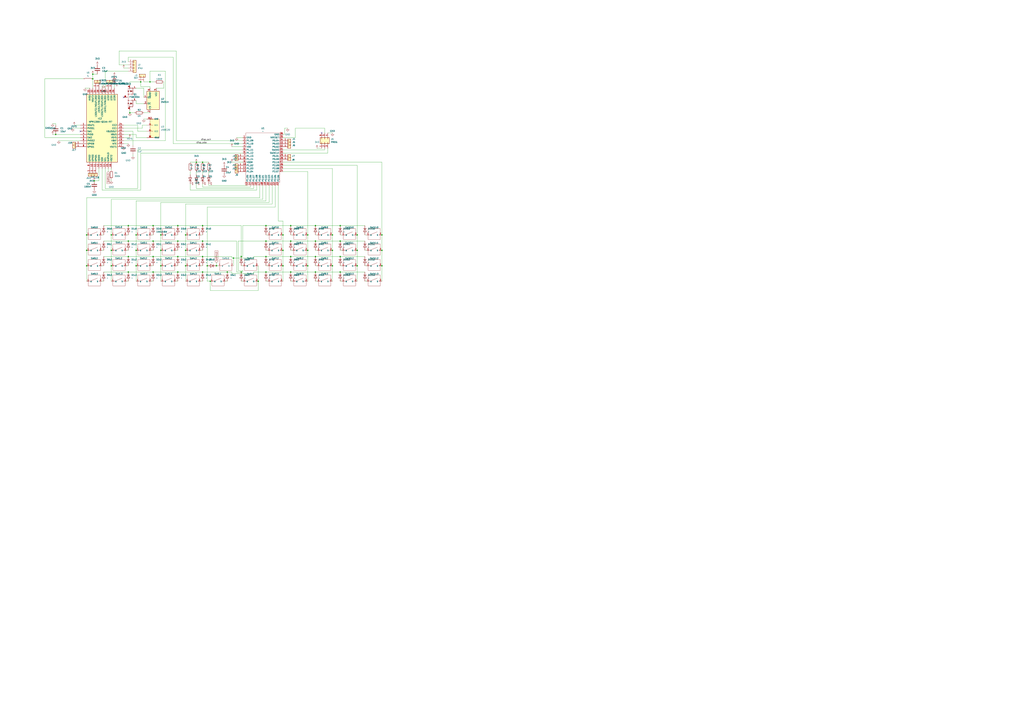
<source format=kicad_sch>
(kicad_sch (version 20250114) (generator "eeschema") (generator_version "9.0")
  (paper "A1")
  (lib_symbols
    (symbol "Battery_Management:DW01A"
      (property "Reference" "U" (at -6.604 6.35 0))
      (property "Value" "DW01A" (at 4.318 6.604 0))
      (symbol "DW01A_0_1"
        (pin power_in line (at -10.16 2.54 0) (length 2.54) (name "VCC") (number "5"))
        (pin power_in line (at -10.16 -2.54 0) (length 2.54) (name "GND") (number "6"))
        (pin output line (at -2.54 -7.62 90) (length 2.54) (name "OD") (number "1"))
        (pin output line (at 2.54 -7.62 90) (length 2.54) (name "OC") (number "3"))
        (pin input line (at 10.16 -2.54 180) (length 2.54) (name "CS") (number "2"))
      )
      (symbol "DW01A_1_1"
        (pin no_connect line (at 10.16 2.54 180) (length 2.54) (hide yes) (name "TD") (number "4"))
      )
    )
    (symbol "Connector_Generic:Conn_01x01" (pin_names (offset 1.016) (hide yes))
      (property "Reference" "J" (at 0 2.54 0))
      (property "Value" "Conn_01x01" (at 0 -2.54 0))
      (symbol "Conn_01x01_1_1"
        (pin passive line (at -5.08 0 0) (length 3.81) (name "Pin_1") (number "1"))
      )
    )
    (symbol "Connector_Generic:Conn_01x02" (pin_names (offset 1.016) (hide yes))
      (property "Reference" "J" (at 0 2.54 0))
      (property "Value" "Conn_01x02" (at 0 -5.08 0))
      (symbol "Conn_01x02_1_1"
        (pin passive line (at -5.08 0 0) (length 3.81) (name "Pin_1") (number "1"))
        (pin passive line (at -5.08 -2.54 0) (length 3.81) (name "Pin_2") (number "2"))
      )
    )
    (symbol "Connector_Generic:Conn_01x04" (pin_names (offset 1.016) (hide yes))
      (property "Reference" "J" (at 0 5.08 0))
      (property "Value" "Conn_01x04" (at 0 -7.62 0))
      (symbol "Conn_01x04_1_1"
        (pin passive line (at -5.08 2.54 0) (length 3.81) (name "Pin_1") (number "1"))
        (pin passive line (at -5.08 0 0) (length 3.81) (name "Pin_2") (number "2"))
        (pin passive line (at -5.08 -2.54 0) (length 3.81) (name "Pin_3") (number "3"))
        (pin passive line (at -5.08 -5.08 0) (length 3.81) (name "Pin_4") (number "4"))
      )
    )
    (symbol "Connector_Generic:Conn_02x03_Counter_Clockwise" (pin_names (offset 1.016) (hide yes))
      (property "Reference" "J" (at 1.27 5.08 0))
      (property "Value" "Conn_02x03_Counter_Clockwise" (at 1.27 -5.08 0))
      (symbol "Conn_02x03_Counter_Clockwise_1_1"
        (pin passive line (at -5.08 2.54 0) (length 3.81) (name "Pin_1") (number "1"))
        (pin passive line (at -5.08 0 0) (length 3.81) (name "Pin_2") (number "2"))
        (pin passive line (at -5.08 -2.54 0) (length 3.81) (name "Pin_3") (number "3"))
        (pin passive line (at 7.62 2.54 180) (length 3.81) (name "Pin_6") (number "6"))
        (pin passive line (at 7.62 0 180) (length 3.81) (name "Pin_5") (number "5"))
        (pin passive line (at 7.62 -2.54 180) (length 3.81) (name "Pin_4") (number "4"))
      )
    )
    (symbol "Device:C" (pin_numbers (hide yes)) (pin_names (offset 0.254))
      (property "Reference" "C" (at 0.635 2.54 0))
      (property "Value" "C" (at 0.635 -2.54 0))
      (symbol "C_1_1"
        (pin passive line (at 0 3.81 270) (length 2.794) (name "~") (number "1"))
        (pin passive line (at 0 -3.81 90) (length 2.794) (name "~") (number "2"))
      )
    )
    (symbol "Device:L" (pin_numbers (hide yes)) (pin_names (offset 1.016) (hide yes))
      (property "Reference" "L" (at -1.27 0 90))
      (property "Value" "L" (at 1.905 0 90))
      (symbol "L_1_1"
        (pin passive line (at 0 3.81 270) (length 1.27) (name "1") (number "1"))
        (pin passive line (at 0 -3.81 90) (length 1.27) (name "2") (number "2"))
      )
    )
    (symbol "Device:LED" (pin_numbers (hide yes)) (pin_names (offset 1.016) (hide yes))
      (property "Reference" "D" (at 0 2.54 0))
      (property "Value" "LED" (at 0 -2.54 0))
      (symbol "LED_1_1"
        (pin passive line (at -3.81 0 0) (length 2.54) (name "K") (number "1"))
        (pin passive line (at 3.81 0 180) (length 2.54) (name "A") (number "2"))
      )
    )
    (symbol "Device:R" (pin_numbers (hide yes)) (pin_names (offset 0))
      (property "Reference" "R" (at 2.032 0 90))
      (property "Value" "R" (at 0 0 90))
      (symbol "R_1_1"
        (pin passive line (at 0 3.81 270) (length 1.27) (name "~") (number "1"))
        (pin passive line (at 0 -3.81 90) (length 1.27) (name "~") (number "2"))
      )
    )
    (symbol "Diode:1N4148W" (pin_numbers (hide yes)) (pin_names (hide yes))
      (property "Reference" "D" (at 0 2.54 0))
      (property "Value" "1N4148W" (at 0 -2.54 0))
      (symbol "1N4148W_1_1"
        (pin passive line (at -3.81 0 0) (length 2.54) (name "K") (number "1"))
        (pin passive line (at 3.81 0 180) (length 2.54) (name "A") (number "2"))
      )
    )
    (symbol "FS8205A:FS8205A" (pin_names (offset 1.016))
      (property "Reference" "Q" (at -11.43 7.62 0))
      (property "Value" "FS8205A" (at -11.43 -12.7 0))
      (symbol "FS8205A_0_0"
        (pin passive line (at -5.08 2.54 0) (length 2.54) (name "~") (number "5"))
        (pin passive line (at -5.08 -7.62 0) (length 2.54) (name "~") (number "4"))
        (pin passive line (at 0 10.16 270) (length 2.54) (name "~") (number "6"))
        (pin passive line (at 0 10.16 270) (length 2.54) (name "~") (number "7"))
        (pin passive line (at 0 -10.16 90) (length 2.54) (name "~") (number "2"))
        (pin passive line (at 0 -10.16 90) (length 2.54) (name "~") (number "3"))
        (pin passive line (at 5.08 0 180) (length 2.54) (name "~") (number "1"))
        (pin passive line (at 5.08 0 180) (length 2.54) (name "~") (number "8"))
      )
    )
    (symbol "SamacSys_Parts:NPM1300-QEAA-R7"
      (property "Reference" "IC" (at 31.75 30.48 0))
      (property "Value" "NPM1300-QEAA-R7" (at 31.75 27.94 0))
      (symbol "NPM1300-QEAA-R7_1_1"
        (pin passive line (at 0 0 0) (length 5.08) (name "VOUT1") (number "1"))
        (pin passive line (at 0 -2.54 0) (length 5.08) (name "PVSS1") (number "2"))
        (pin passive line (at 0 -5.08 0) (length 5.08) (name "SW1") (number "3"))
        (pin passive line (at 0 -7.62 0) (length 5.08) (name "PVDD") (number "4"))
        (pin passive line (at 0 -10.16 0) (length 5.08) (name "SW2") (number "5"))
        (pin passive line (at 0 -12.7 0) (length 5.08) (name "PVSS2") (number "6"))
        (pin passive line (at 0 -15.24 0) (length 5.08) (name "GPIO0") (number "7"))
        (pin passive line (at 0 -17.78 0) (length 5.08) (name "GPIO1") (number "8"))
        (pin passive line (at 7.62 30.48 270) (length 5.08) (name "AVSS") (number "33"))
        (pin passive line (at 7.62 -35.56 90) (length 5.08) (name "GPIO2") (number "9"))
        (pin passive line (at 10.16 30.48 270) (length 5.08) (name "VOUT2") (number "32"))
        (pin passive line (at 10.16 -35.56 90) (length 5.08) (name "GPIO3") (number "10"))
        (pin passive line (at 12.7 30.48 270) (length 5.08) (name "LSOUT2/VOUTLDO2") (number "31"))
        (pin passive line (at 12.7 -35.56 90) (length 5.08) (name "GPIO4") (number "11"))
        (pin passive line (at 15.24 30.48 270) (length 5.08) (name "LSIN2/VINLDO2") (number "30"))
        (pin passive line (at 15.24 -35.56 90) (length 5.08) (name "VDDIO") (number "12"))
        (pin passive line (at 17.78 30.48 270) (length 5.08) (name "LSOUT1/VOUTLDO1") (number "29"))
        (pin passive line (at 17.78 -35.56 90) (length 5.08) (name "SDA") (number "13"))
        (pin passive line (at 20.32 30.48 270) (length 5.08) (name "LSIN1/VINLDO1") (number "28"))
        (pin passive line (at 20.32 -35.56 90) (length 5.08) (name "SCL") (number "14"))
        (pin passive line (at 22.86 30.48 270) (length 5.08) (name "LED2") (number "27"))
        (pin passive line (at 22.86 -35.56 90) (length 5.08) (name "SHPHLD") (number "15"))
        (pin passive line (at 25.4 30.48 270) (length 5.08) (name "LED1") (number "26"))
        (pin passive line (at 25.4 -35.56 90) (length 5.08) (name "VSET2") (number "16"))
        (pin passive line (at 27.94 30.48 270) (length 5.08) (name "LED0") (number "25"))
        (pin passive line (at 35.56 0 180) (length 5.08) (name "CC2") (number "24"))
        (pin passive line (at 35.56 -2.54 180) (length 5.08) (name "CC1") (number "23"))
        (pin passive line (at 35.56 -5.08 180) (length 5.08) (name "VBUSOUT") (number "22"))
        (pin passive line (at 35.56 -7.62 180) (length 5.08) (name "VBUS") (number "21"))
        (pin passive line (at 35.56 -10.16 180) (length 5.08) (name "VSYS") (number "20"))
        (pin passive line (at 35.56 -12.7 180) (length 5.08) (name "VBAT") (number "19"))
        (pin passive line (at 35.56 -15.24 180) (length 5.08) (name "NTC") (number "18"))
        (pin passive line (at 35.56 -17.78 180) (length 5.08) (name "VSET1") (number "17"))
      )
    )
    (symbol "USBC20:USBC20" (pin_names (offset 1.016))
      (property "Reference" "U" (at 0 0 0))
      (property "Value" "USBC20" (at 0 0 0))
      (symbol "USBC20_0_0"
        (pin bidirectional line (at -7.62 -5.08 90) (length 5.08) (name "GND") (number "A12"))
        (pin bidirectional line (at -7.62 -5.08 90) (length 5.08) (name "GND") (number "B12"))
        (pin bidirectional line (at -2.54 -5.08 90) (length 5.08) (name "CC1") (number "A5"))
        (pin bidirectional line (at 2.54 -5.08 90) (length 5.08) (name "CC2") (number "B5"))
        (pin bidirectional line (at 7.62 -5.08 90) (length 5.08) (name "VBUS") (number "A9"))
        (pin bidirectional line (at 7.62 -5.08 90) (length 5.08) (name "VBUS") (number "B9"))
      )
    )
    (symbol "mylib:cherry_mx_sw"
      (property "Reference" "S" (at 0 0 0))
      (symbol "cherry_mx_sw_1_1"
        (pin input line (at -6.35 2.54 0) (length 2.54) (name "a") (number "1"))
        (pin input line (at 6.35 2.54 180) (length 2.54) (name "b") (number "2"))
      )
    )
    (symbol "mylib:nrf54l15_holyiot"
      (property "Reference" "U" (at 0 0 0))
      (symbol "nrf54l15_holyiot_1_1"
        (pin power_in line (at -16.51 11.43 0) (length 2.54) (name "GND") (number "1"))
        (pin bidirectional line (at -16.51 8.89 0) (length 2.54) (name "P1.09") (number "2"))
        (pin input line (at -16.51 6.35 0) (length 2.54) (name "P1.10") (number "3"))
        (pin power_in line (at -16.51 3.81 0) (length 2.54) (name "VDD") (number "4"))
        (pin bidirectional line (at -16.51 1.27 0) (length 2.54) (name "P1.11") (number "5"))
        (pin bidirectional line (at -16.51 -1.27 0) (length 2.54) (name "P1.12") (number "6"))
        (pin bidirectional line (at -16.51 -3.81 0) (length 2.54) (name "P1.13") (number "7"))
        (pin bidirectional line (at -16.51 -6.35 0) (length 2.54) (name "P1.14") (number "8"))
        (pin power_in line (at -16.51 -8.89 0) (length 2.54) (name "VDDM") (number "9"))
        (pin bidirectional line (at -16.51 -11.43 0) (length 2.54) (name "P1.02") (number "10"))
        (pin bidirectional line (at -16.51 -13.97 0) (length 2.54) (name "P1.03") (number "11"))
        (pin bidirectional line (at -16.51 -16.51 0) (length 2.54) (name "P1.04") (number "12"))
        (pin bidirectional line (at -12.7 -27.94 90) (length 2.54) (name "P1.05") (number "13"))
        (pin bidirectional line (at -10.16 -27.94 90) (length 2.54) (name "P1.06") (number "14"))
        (pin bidirectional line (at -7.62 -27.94 90) (length 2.54) (name "P1.07") (number "15"))
        (pin bidirectional line (at -5.08 -27.94 90) (length 2.54) (name "P1.08") (number "16"))
        (pin bidirectional line (at -2.54 -27.94 90) (length 2.54) (name "P2.00") (number "17"))
        (pin bidirectional line (at 0 -27.94 90) (length 2.54) (name "P2.01") (number "18"))
        (pin bidirectional line (at 2.54 -27.94 90) (length 2.54) (name "P2.02") (number "19"))
        (pin bidirectional line (at 5.08 -27.94 90) (length 2.54) (name "P2.03") (number "20"))
        (pin bidirectional line (at 7.62 -27.94 90) (length 2.54) (name "P2.04") (number "21"))
        (pin bidirectional line (at 10.16 -27.94 90) (length 2.54) (name "P2.05") (number "22"))
        (pin bidirectional line (at 12.7 -27.94 90) (length 2.54) (name "P2.06") (number "23"))
        (pin power_in line (at 16.51 13.97 180) (length 2.54) (name "GND") (number "36"))
        (pin input line (at 16.51 11.43 180) (length 2.54) (name "NRESET") (number "35"))
        (pin bidirectional line (at 16.51 8.89 180) (length 2.54) (name "P0.04") (number "34"))
        (pin bidirectional line (at 16.51 6.35 180) (length 2.54) (name "P0.03") (number "33"))
        (pin bidirectional line (at 16.51 3.81 180) (length 2.54) (name "P0.02") (number "32"))
        (pin input line (at 16.51 1.27 180) (length 2.54) (name "SWDIO") (number "31"))
        (pin input line (at 16.51 -1.27 180) (length 2.54) (name "SWDCLK") (number "30"))
        (pin bidirectional line (at 16.51 -3.81 180) (length 2.54) (name "P0.01") (number "29"))
        (pin bidirectional line (at 16.51 -6.35 180) (length 2.54) (name "P0.00") (number "28"))
        (pin bidirectional line (at 16.51 -8.89 180) (length 2.54) (name "P2.10") (number "27"))
        (pin bidirectional line (at 16.51 -11.43 180) (length 2.54) (name "P2.09") (number "26"))
        (pin bidirectional line (at 16.51 -13.97 180) (length 2.54) (name "P2.08") (number "25"))
        (pin bidirectional line (at 16.51 -16.51 180) (length 2.54) (name "P2.07") (number "24"))
      )
    )
    (symbol "power:GND" (power) (pin_numbers (hide yes)) (pin_names (offset 0) (hide yes))
      (property "Value" "GND" (at 0 -3.81 0))
      (symbol "GND_1_1"
        (pin power_in line (at 0 0 270) (length 0) (name "~") (number "1"))
      )
    )
    (symbol "power:VCC" (power) (pin_numbers (hide yes)) (pin_names (offset 0) (hide yes))
      (property "Value" "VCC" (at 0 3.556 0))
      (symbol "VCC_1_1"
        (pin power_in line (at 0 0 90) (length 0) (name "~") (number "1"))
      )
    )
    (symbol "power:VPP" (power) (pin_numbers (hide yes)) (pin_names (offset 0) (hide yes))
      (property "Value" "VPP" (at 0 3.556 0))
      (symbol "VPP_1_1"
        (pin power_in line (at 0 0 90) (length 0) (name "~") (number "1"))
      )
    )
  )
  (junction (at 91.44 193.04))
  (junction (at 259.08 223.52))
  (junction (at 71.12 193.04))
  (junction (at 166.37 133.35))
  (junction (at 106.68 92.71))
  (junction (at 232.41 193.04))
  (junction (at 232.41 218.44))
  (junction (at 177.8 218.44))
  (junction (at 105.41 185.42))
  (junction (at 146.05 185.42))
  (junction (at 273.05 193.04))
  (junction (at 146.05 210.82))
  (junction (at 146.05 198.12))
  (junction (at 170.18 218.44))
  (junction (at 198.12 223.52))
  (junction (at 313.69 193.04))
  (junction (at 172.72 231.14))
  (junction (at 166.37 223.52))
  (junction (at 218.44 223.52))
  (junction (at 212.09 231.14))
  (junction (at 252.73 193.04))
  (junction (at 259.08 210.82))
  (junction (at 77.47 148.59))
  (junction (at 125.73 185.42))
  (junction (at 279.4 223.52))
  (junction (at 293.37 193.04))
  (junction (at 152.4 218.44))
  (junction (at 238.76 198.12))
  (junction (at 123.19 67.31))
  (junction (at 293.37 218.44))
  (junction (at 105.41 210.82))
  (junction (at 198.12 210.82))
  (junction (at 238.76 223.52))
  (junction (at 125.73 198.12))
  (junction (at 105.41 223.52))
  (junction (at 146.05 223.52))
  (junction (at 152.4 205.74))
  (junction (at 71.12 218.44))
  (junction (at 166.37 185.42))
  (junction (at 132.08 218.44))
  (junction (at 161.29 133.35))
  (junction (at 252.73 218.44))
  (junction (at 218.44 198.12))
  (junction (at 232.41 205.74))
  (junction (at 76.2 60.96))
  (junction (at 115.57 67.31))
  (junction (at 238.76 185.42))
  (junction (at 132.08 193.04))
  (junction (at 91.44 205.74))
  (junction (at 111.76 193.04))
  (junction (at 313.69 218.44))
  (junction (at 166.37 198.12))
  (junction (at 279.4 198.12))
  (junction (at 279.4 210.82))
  (junction (at 273.05 205.74))
  (junction (at 111.76 218.44))
  (junction (at 279.4 185.42))
  (junction (at 238.76 210.82))
  (junction (at 152.4 193.04))
  (junction (at 91.44 218.44))
  (junction (at 111.76 205.74))
  (junction (at 218.44 210.82))
  (junction (at 186.69 223.52))
  (junction (at 166.37 210.82))
  (junction (at 293.37 205.74))
  (junction (at 252.73 205.74))
  (junction (at 125.73 210.82))
  (junction (at 105.41 198.12))
  (junction (at 191.77 212.09))
  (junction (at 125.73 223.52))
  (junction (at 259.08 185.42))
  (junction (at 313.69 205.74))
  (junction (at 45.72 110.49))
  (junction (at 76.2 64.77))
  (junction (at 218.44 185.42))
  (junction (at 132.08 205.74))
  (junction (at 259.08 198.12))
  (junction (at 273.05 218.44))
  (junction (at 71.12 205.74))
  (no_connect (at 101.6 80.01))
  (no_connect (at 264.16 109.22))
  (no_connect (at 66.04 107.95))
  (wire (pts (xy 93.98 69.85) (xy 93.98 72.39)))
  (wire (pts (xy 48.26 115.57) (xy 66.04 115.57)))
  (wire (pts (xy 238.76 198.12) (xy 259.08 198.12)))
  (wire (pts (xy 83.82 72.39) (xy 83.82 69.85)))
  (wire (pts (xy 242.57 113.03) (xy 232.41 113.03)))
  (wire (pts (xy 110.49 92.71) (xy 106.68 92.71)))
  (wire (pts (xy 156.21 140.97) (xy 156.21 143.51)))
  (wire (pts (xy 45.72 101.6) (xy 43.18 101.6)))
  (wire (pts (xy 166.37 151.13) (xy 166.37 153.67)))
  (wire (pts (xy 172.72 238.76) (xy 172.72 231.14)))
  (wire (pts (xy 299.72 193.04) (xy 300.99 193.04)))
  (wire (pts (xy 190.5 120.65) (xy 199.39 120.65)))
  (wire (pts (xy 71.12 205.74) (xy 71.12 218.44)))
  (wire (pts (xy 144.78 218.44) (xy 146.05 218.44)))
  (wire (pts (xy 142.24 46.99) (xy 105.41 46.99)))
  (wire (pts (xy 71.12 162.56) (xy 71.12 193.04)))
  (wire (pts (xy 166.37 153.67) (xy 205.74 153.67)))
  (wire (pts (xy 232.41 218.44) (xy 232.41 231.14)))
  (wire (pts (xy 238.76 223.52) (xy 259.08 223.52)))
  (wire (pts (xy 123.19 58.42) (xy 135.89 58.42)))
  (wire (pts (xy 233.68 110.49) (xy 232.41 110.49)))
  (wire (pts (xy 194.31 198.12) (xy 194.31 223.52)))
  (wire (pts (xy 86.36 58.42) (xy 86.36 72.39)))
  (wire (pts (xy 259.08 198.12) (xy 279.4 198.12)))
  (wire (pts (xy 71.12 218.44) (xy 71.12 231.14)))
  (wire (pts (xy 76.2 60.96) (xy 76.2 64.77)))
  (wire (pts (xy 279.4 223.52) (xy 299.72 223.52)))
  (wire (pts (xy 144.78 115.57) (xy 144.78 41.91)))
  (wire (pts (xy 190.5 212.09) (xy 191.77 212.09)))
  (wire (pts (xy 194.31 223.52) (xy 198.12 223.52)))
  (wire (pts (xy 124.46 218.44) (xy 125.73 218.44)))
  (wire (pts (xy 83.82 205.74) (xy 85.09 205.74)))
  (wire (pts (xy 146.05 210.82) (xy 166.37 210.82)))
  (wire (pts (xy 144.78 231.14) (xy 146.05 231.14)))
  (wire (pts (xy 45.72 102.87) (xy 45.72 101.6)))
  (wire (pts (xy 233.68 105.41) (xy 236.22 105.41)))
  (wire (pts (xy 113.03 154.94) (xy 86.36 154.94)))
  (wire (pts (xy 293.37 218.44) (xy 293.37 231.14)))
  (wire (pts (xy 269.24 125.73) (xy 232.41 125.73)))
  (wire (pts (xy 144.78 193.04) (xy 146.05 193.04)))
  (wire (pts (xy 171.45 152.4) (xy 203.2 152.4)))
  (wire (pts (xy 104.14 205.74) (xy 105.41 205.74)))
  (wire (pts (xy 91.44 147.32) (xy 91.44 148.59)))
  (wire (pts (xy 142.24 46.99) (xy 142.24 118.11)))
  (wire (pts (xy 259.08 205.74) (xy 260.35 205.74)))
  (wire (pts (xy 97.79 53.34) (xy 105.41 53.34)))
  (wire (pts (xy 238.76 185.42) (xy 259.08 185.42)))
  (wire (pts (xy 132.08 205.74) (xy 132.08 218.44)))
  (wire (pts (xy 299.72 205.74) (xy 300.99 205.74)))
  (wire (pts (xy 144.78 41.91) (xy 97.79 41.91)))
  (wire (pts (xy 134.62 72.39) (xy 128.27 72.39)))
  (wire (pts (xy 124.46 231.14) (xy 125.73 231.14)))
  (wire (pts (xy 97.79 41.91) (xy 97.79 53.34)))
  (wire (pts (xy 120.65 102.87) (xy 116.84 102.87)))
  (wire (pts (xy 218.44 165.1) (xy 111.76 165.1)))
  (wire (pts (xy 190.5 133.35) (xy 199.39 133.35)))
  (wire (pts (xy 266.7 105.41) (xy 266.7 109.22)))
  (wire (pts (xy 313.69 218.44) (xy 313.69 231.14)))
  (wire (pts (xy 113.03 107.95) (xy 113.03 102.87)))
  (wire (pts (xy 105.41 46.99) (xy 105.41 50.8)))
  (wire (pts (xy 252.73 205.74) (xy 252.73 218.44)))
  (wire (pts (xy 198.12 223.52) (xy 199.39 223.52)))
  (wire (pts (xy 226.06 152.4) (xy 226.06 170.18)))
  (wire (pts (xy 238.76 231.14) (xy 240.03 231.14)))
  (wire (pts (xy 81.28 148.59) (xy 77.47 148.59)))
  (wire (pts (xy 165.1 205.74) (xy 166.37 205.74)))
  (wire (pts (xy 190.5 223.52) (xy 190.5 224.79)))
  (wire (pts (xy 205.74 153.67) (xy 205.74 152.4)))
  (wire (pts (xy 83.82 156.21) (xy 83.82 138.43)))
  (wire (pts (xy 101.6 55.88) (xy 105.41 55.88)))
  (wire (pts (xy 132.08 166.37) (xy 132.08 193.04)))
  (wire (pts (xy 238.76 205.74) (xy 240.03 205.74)))
  (wire (pts (xy 279.4 193.04) (xy 280.67 193.04)))
  (wire (pts (xy 218.44 205.74) (xy 219.71 205.74)))
  (wire (pts (xy 132.08 193.04) (xy 132.08 205.74)))
  (wire (pts (xy 125.73 223.52) (xy 146.05 223.52)))
  (wire (pts (xy 161.29 151.13) (xy 161.29 154.94)))
  (wire (pts (xy 66.04 113.03) (xy 36.83 113.03)))
  (wire (pts (xy 293.37 135.89) (xy 293.37 193.04)))
  (wire (pts (xy 111.76 218.44) (xy 111.76 231.14)))
  (wire (pts (xy 269.24 121.92) (xy 269.24 125.73)))
  (wire (pts (xy 85.09 185.42) (xy 105.41 185.42)))
  (wire (pts (xy 299.72 231.14) (xy 300.99 231.14)))
  (wire (pts (xy 161.29 154.94) (xy 208.28 154.94)))
  (wire (pts (xy 166.37 223.52) (xy 186.69 223.52)))
  (wire (pts (xy 170.18 218.44) (xy 170.18 231.14)))
  (wire (pts (xy 242.57 105.41) (xy 242.57 113.03)))
  (wire (pts (xy 125.73 185.42) (xy 146.05 185.42)))
  (wire (pts (xy 118.11 72.39) (xy 111.76 72.39)))
  (wire (pts (xy 232.41 133.35) (xy 313.69 133.35)))
  (wire (pts (xy 166.37 210.82) (xy 190.5 210.82)))
  (wire (pts (xy 273.05 205.74) (xy 273.05 218.44)))
  (wire (pts (xy 83.82 193.04) (xy 85.09 193.04)))
  (wire (pts (xy 218.44 152.4) (xy 218.44 165.1)))
  (wire (pts (xy 43.18 110.49) (xy 45.72 110.49)))
  (wire (pts (xy 105.41 185.42) (xy 125.73 185.42)))
  (wire (pts (xy 83.82 218.44) (xy 85.09 218.44)))
  (wire (pts (xy 279.4 231.14) (xy 280.67 231.14)))
  (wire (pts (xy 86.36 154.94) (xy 86.36 138.43)))
  (wire (pts (xy 199.39 223.52) (xy 199.39 222.25)))
  (wire (pts (xy 185.42 231.14) (xy 186.69 231.14)))
  (wire (pts (xy 218.44 198.12) (xy 238.76 198.12)))
  (wire (pts (xy 106.68 92.71) (xy 106.68 90.17)))
  (wire (pts (xy 124.46 193.04) (xy 125.73 193.04)))
  (wire (pts (xy 226.06 170.18) (xy 170.18 170.18)))
  (wire (pts (xy 91.44 139.7) (xy 91.44 138.43)))
  (wire (pts (xy 85.09 210.82) (xy 105.41 210.82)))
  (wire (pts (xy 101.6 113.03) (xy 106.68 113.03)))
  (wire (pts (xy 177.8 218.44) (xy 179.07 218.44)))
  (wire (pts (xy 313.69 193.04) (xy 313.69 205.74)))
  (wire (pts (xy 218.44 218.44) (xy 219.71 218.44)))
  (wire (pts (xy 218.44 223.52) (xy 238.76 223.52)))
  (wire (pts (xy 259.08 210.82) (xy 279.4 210.82)))
  (wire (pts (xy 36.83 113.03) (xy 36.83 64.77)))
  (wire (pts (xy 208.28 154.94) (xy 208.28 152.4)))
  (wire (pts (xy 161.29 133.35) (xy 166.37 133.35)))
  (wire (pts (xy 118.11 67.31) (xy 123.19 67.31)))
  (wire (pts (xy 279.4 185.42) (xy 299.72 185.42)))
  (wire (pts (xy 115.57 67.31) (xy 106.68 67.31)))
  (wire (pts (xy 134.62 67.31) (xy 134.62 72.39)))
  (wire (pts (xy 213.36 162.56) (xy 71.12 162.56)))
  (wire (pts (xy 279.4 218.44) (xy 280.67 218.44)))
  (wire (pts (xy 135.89 115.57) (xy 101.6 115.57)))
  (wire (pts (xy 259.08 193.04) (xy 260.35 193.04)))
  (wire (pts (xy 111.76 85.09) (xy 111.76 82.55)))
  (wire (pts (xy 186.69 223.52) (xy 190.5 223.52)))
  (wire (pts (xy 171.45 151.13) (xy 171.45 152.4)))
  (wire (pts (xy 232.41 140.97) (xy 252.73 140.97)))
  (wire (pts (xy 124.46 205.74) (xy 125.73 205.74)))
  (wire (pts (xy 118.11 92.71) (xy 123.19 92.71)))
  (wire (pts (xy 105.41 223.52) (xy 125.73 223.52)))
  (wire (pts (xy 232.41 135.89) (xy 293.37 135.89)))
  (wire (pts (xy 293.37 193.04) (xy 293.37 205.74)))
  (wire (pts (xy 299.72 218.44) (xy 300.99 218.44)))
  (wire (pts (xy 215.9 152.4) (xy 215.9 163.83)))
  (wire (pts (xy 199.39 115.57) (xy 144.78 115.57)))
  (wire (pts (xy 152.4 218.44) (xy 152.4 231.14)))
  (wire (pts (xy 166.37 133.35) (xy 171.45 133.35)))
  (wire (pts (xy 85.09 198.12) (xy 105.41 198.12)))
  (wire (pts (xy 238.76 218.44) (xy 240.03 218.44)))
  (wire (pts (xy 166.37 198.12) (xy 194.31 198.12)))
  (wire (pts (xy 233.68 105.41) (xy 233.68 110.49)))
  (wire (pts (xy 106.68 67.31) (xy 106.68 69.85)))
  (wire (pts (xy 190.5 224.79) (xy 208.28 224.79)))
  (wire (pts (xy 118.11 85.09) (xy 111.76 85.09)))
  (wire (pts (xy 266.7 105.41) (xy 242.57 105.41)))
  (wire (pts (xy 104.14 218.44) (xy 105.41 218.44)))
  (wire (pts (xy 123.19 72.39) (xy 123.19 71.12)))
  (wire (pts (xy 220.98 166.37) (xy 132.08 166.37)))
  (wire (pts (xy 59.69 105.41) (xy 66.04 105.41)))
  (wire (pts (xy 123.19 67.31) (xy 127 67.31)))
  (wire (pts (xy 232.41 123.19) (xy 266.7 123.19)))
  (wire (pts (xy 266.7 123.19) (xy 266.7 121.92)))
  (wire (pts (xy 259.08 231.14) (xy 260.35 231.14)))
  (wire (pts (xy 208.28 210.82) (xy 218.44 210.82)))
  (wire (pts (xy 71.12 193.04) (xy 71.12 205.74)))
  (wire (pts (xy 232.41 205.74) (xy 232.41 218.44)))
  (wire (pts (xy 105.41 210.82) (xy 125.73 210.82)))
  (wire (pts (xy 83.82 231.14) (xy 85.09 231.14)))
  (wire (pts (xy 259.08 218.44) (xy 260.35 218.44)))
  (wire (pts (xy 218.44 231.14) (xy 219.71 231.14)))
  (wire (pts (xy 111.76 110.49) (xy 101.6 110.49)))
  (wire (pts (xy 118.11 97.79) (xy 120.65 97.79)))
  (wire (pts (xy 152.4 193.04) (xy 152.4 205.74)))
  (wire (pts (xy 313.69 133.35) (xy 313.69 193.04)))
  (wire (pts (xy 195.58 198.12) (xy 218.44 198.12)))
  (wire (pts (xy 252.73 193.04) (xy 252.73 205.74)))
  (wire (pts (xy 76.2 64.77) (xy 76.2 72.39)))
  (wire (pts (xy 194.31 113.03) (xy 199.39 113.03)))
  (wire (pts (xy 171.45 140.97) (xy 171.45 143.51)))
  (wire (pts (xy 132.08 218.44) (xy 132.08 231.14)))
  (wire (pts (xy 208.28 223.52) (xy 218.44 223.52)))
  (wire (pts (xy 101.6 102.87) (xy 113.03 102.87)))
  (wire (pts (xy 212.09 231.14) (xy 212.09 238.76)))
  (wire (pts (xy 177.8 215.9) (xy 177.8 218.44)))
  (wire (pts (xy 218.44 193.04) (xy 219.71 193.04)))
  (wire (pts (xy 215.9 163.83) (xy 91.44 163.83)))
  (wire (pts (xy 115.57 156.21) (xy 83.82 156.21)))
  (wire (pts (xy 91.44 205.74) (xy 91.44 218.44)))
  (wire (pts (xy 191.77 212.09) (xy 191.77 218.44)))
  (wire (pts (xy 170.18 231.14) (xy 172.72 231.14)))
  (wire (pts (xy 116.84 105.41) (xy 101.6 105.41)))
  (wire (pts (xy 111.76 205.74) (xy 111.76 218.44)))
  (wire (pts (xy 238.76 210.82) (xy 259.08 210.82)))
  (wire (pts (xy 120.65 107.95) (xy 113.03 107.95)))
  (wire (pts (xy 232.41 181.61) (xy 232.41 193.04)))
  (wire (pts (xy 199.39 210.82) (xy 199.39 185.42)))
  (wire (pts (xy 259.08 223.52) (xy 279.4 223.52)))
  (wire (pts (xy 259.08 185.42) (xy 279.4 185.42)))
  (wire (pts (xy 76.2 60.96) (xy 80.01 60.96)))
  (wire (pts (xy 161.29 140.97) (xy 161.29 143.51)))
  (wire (pts (xy 228.6 152.4) (xy 228.6 181.61)))
  (wire (pts (xy 165.1 218.44) (xy 166.37 218.44)))
  (wire (pts (xy 115.57 125.73) (xy 115.57 156.21)))
  (wire (pts (xy 220.98 152.4) (xy 220.98 166.37)))
  (wire (pts (xy 165.1 193.04) (xy 166.37 193.04)))
  (wire (pts (xy 191.77 212.09) (xy 208.28 212.09)))
  (wire (pts (xy 104.14 193.04) (xy 105.41 193.04)))
  (wire (pts (xy 123.19 67.31) (xy 123.19 58.42)))
  (wire (pts (xy 146.05 185.42) (xy 166.37 185.42)))
  (wire (pts (xy 198.12 210.82) (xy 199.39 210.82)))
  (wire (pts (xy 123.19 71.12) (xy 115.57 71.12)))
  (wire (pts (xy 218.44 210.82) (xy 238.76 210.82)))
  (wire (pts (xy 195.58 222.25) (xy 195.58 198.12)))
  (wire (pts (xy 101.6 118.11) (xy 105.41 118.11)))
  (wire (pts (xy 144.78 205.74) (xy 146.05 205.74)))
  (wire (pts (xy 228.6 181.61) (xy 232.41 181.61)))
  (wire (pts (xy 208.28 212.09) (xy 208.28 210.82)))
  (wire (pts (xy 232.41 138.43) (xy 273.05 138.43)))
  (wire (pts (xy 115.57 67.31) (xy 115.57 71.12)))
  (wire (pts (xy 232.41 193.04) (xy 232.41 205.74)))
  (wire (pts (xy 165.1 231.14) (xy 166.37 231.14)))
  (wire (pts (xy 199.39 123.19) (xy 113.03 123.19)))
  (wire (pts (xy 199.39 185.42) (xy 218.44 185.42)))
  (wire (pts (xy 212.09 218.44) (xy 212.09 231.14)))
  (wire (pts (xy 113.03 123.19) (xy 113.03 154.94)))
  (wire (pts (xy 190.5 210.82) (xy 190.5 212.09)))
  (wire (pts (xy 223.52 167.64) (xy 152.4 167.64)))
  (wire (pts (xy 152.4 167.64) (xy 152.4 193.04)))
  (wire (pts (xy 125.73 198.12) (xy 146.05 198.12)))
  (wire (pts (xy 156.21 151.13) (xy 156.21 156.21)))
  (wire (pts (xy 69.85 72.39) (xy 73.66 72.39)))
  (wire (pts (xy 213.36 152.4) (xy 213.36 162.56)))
  (wire (pts (xy 170.18 170.18) (xy 170.18 218.44)))
  (wire (pts (xy 109.22 107.95) (xy 109.22 119.38)))
  (wire (pts (xy 198.12 218.44) (xy 199.39 218.44)))
  (wire (pts (xy 88.9 138.43) (xy 88.9 140.97)))
  (wire (pts (xy 279.4 205.74) (xy 280.67 205.74)))
  (wire (pts (xy 279.4 198.12) (xy 299.72 198.12)))
  (wire (pts (xy 125.73 210.82) (xy 146.05 210.82)))
  (wire (pts (xy 45.72 110.49) (xy 66.04 110.49)))
  (wire (pts (xy 279.4 210.82) (xy 299.72 210.82)))
  (wire (pts (xy 101.6 107.95) (xy 109.22 107.95)))
  (wire (pts (xy 223.52 152.4) (xy 223.52 167.64)))
  (wire (pts (xy 293.37 205.74) (xy 293.37 218.44)))
  (wire (pts (xy 252.73 140.97) (xy 252.73 193.04)))
  (wire (pts (xy 313.69 205.74) (xy 313.69 218.44)))
  (wire (pts (xy 111.76 165.1) (xy 111.76 193.04)))
  (wire (pts (xy 273.05 138.43) (xy 273.05 193.04)))
  (wire (pts (xy 109.22 127) (xy 109.22 128.27)))
  (wire (pts (xy 152.4 205.74) (xy 152.4 218.44)))
  (wire (pts (xy 60.96 102.87) (xy 66.04 102.87)))
  (wire (pts (xy 111.76 193.04) (xy 111.76 205.74)))
  (wire (pts (xy 199.39 118.11) (xy 142.24 118.11)))
  (wire (pts (xy 120.65 113.03) (xy 111.76 113.03)))
  (wire (pts (xy 212.09 238.76) (xy 172.72 238.76)))
  (wire (pts (xy 260.35 121.92) (xy 264.16 121.92)))
  (wire (pts (xy 156.21 156.21) (xy 210.82 156.21)))
  (wire (pts (xy 85.09 223.52) (xy 105.41 223.52)))
  (wire (pts (xy 104.14 231.14) (xy 105.41 231.14)))
  (wire (pts (xy 118.11 80.01) (xy 118.11 72.39)))
  (wire (pts (xy 218.44 185.42) (xy 238.76 185.42)))
  (wire (pts (xy 111.76 113.03) (xy 111.76 110.49)))
  (wire (pts (xy 83.82 69.85) (xy 85.09 69.85)))
  (wire (pts (xy 36.83 64.77) (xy 68.58 64.77)))
  (wire (pts (xy 91.44 193.04) (xy 91.44 205.74)))
  (wire (pts (xy 166.37 140.97) (xy 166.37 143.51)))
  (wire (pts (xy 105.41 198.12) (xy 125.73 198.12)))
  (wire (pts (xy 208.28 224.79) (xy 208.28 223.52)))
  (wire (pts (xy 199.39 125.73) (xy 115.57 125.73)))
  (wire (pts (xy 105.41 58.42) (xy 86.36 58.42)))
  (wire (pts (xy 199.39 222.25) (xy 195.58 222.25)))
  (wire (pts (xy 198.12 185.42) (xy 198.12 210.82)))
  (wire (pts (xy 269.24 109.22) (xy 273.05 109.22)))
  (wire (pts (xy 156.21 133.35) (xy 161.29 133.35)))
  (wire (pts (xy 273.05 218.44) (xy 273.05 231.14)))
  (wire (pts (xy 146.05 223.52) (xy 166.37 223.52)))
  (wire (pts (xy 166.37 185.42) (xy 198.12 185.42)))
  (wire (pts (xy 238.76 193.04) (xy 240.03 193.04)))
  (wire (pts (xy 135.89 58.42) (xy 135.89 115.57)))
  (wire (pts (xy 210.82 156.21) (xy 210.82 152.4)))
  (wire (pts (xy 198.12 231.14) (xy 199.39 231.14)))
  (wire (pts (xy 273.05 193.04) (xy 273.05 205.74)))
  (wire (pts (xy 116.84 102.87) (xy 116.84 105.41)))
  (wire (pts (xy 146.05 198.12) (xy 166.37 198.12)))
  (wire (pts (xy 91.44 163.83) (xy 91.44 193.04)))
  (wire (pts (xy 252.73 218.44) (xy 252.73 231.14)))
  (wire (pts (xy 81.28 138.43) (xy 81.28 148.59)))
  (wire (pts (xy 91.44 218.44) (xy 91.44 231.14)))
  (label "disp_sda" (at 161.29 118.11 0))
  (label "disp_sck" (at 165.1 115.57 0))
  (global_label "SHPHLD" (shape input) (at 177.8 215.9 90) (property "Intersheetrefs" "${INTERSHEET_REFS}" (effects (hide yes))))
  (global_label "SHPHLD" (shape input) (at 88.9 140.97 270) (property "Intersheetrefs" "${INTERSHEET_REFS}" (effects (hide yes))))
  (symbol (lib_id "Device:LED") (at 161.29 147.32 90) (unit 1)
    (property "Reference" "D3" (at 161.29 145.034 90) (effects (justify right)))
    (property "Value" "LED" (at 161.29 140.716 90) (effects (justify right)))
    (property "Footprint" "LED_SMD:LED_0805_2012Metric_Pad1.15x1.40mm_HandSolder" (effects (hide yes)))
    (property "Description" "Light emitting diode" (effects (hide yes)))
    (property "Sim.Pins" "1=K 2=A" (effects (hide yes)))
  )
  (symbol (lib_id "mylib:cherry_mx_sw") (at 97.79 220.98 0) (unit 1)
    (property "Reference" "SW1:2" (at 97.536 212.344 0))
    (property "Value" "~" (at 97.79 212.09 0))
    (property "Footprint" "PCM_Switch_Keyboard_Cherry_MX:SW_Cherry_MX_PCB" (effects (hide yes)))
  )
  (symbol (lib_id "Device:C") (at 80.01 57.15 0) (unit 1)
    (property "Reference" "C3" (at 83.82 55.8799 0) (effects (justify left)))
    (property "Value" "10uf" (at 83.82 58.4199 0) (effects (justify left)))
    (property "Footprint" "Capacitor_SMD:C_0805_2012Metric_Pad1.18x1.45mm_HandSolder" (effects (hide yes)))
    (property "Description" "Unpolarized capacitor" (effects (hide yes)))
  )
  (symbol (lib_id "mylib:cherry_mx_sw") (at 77.47 233.68 0) (unit 1)
    (property "Reference" "SW0:3" (at 77.47 225.044 0))
    (property "Value" "~" (at 77.47 224.79 0))
    (property "Footprint" "PCM_Switch_Keyboard_Cherry_MX:SW_Cherry_MX_PCB" (effects (hide yes)))
  )
  (symbol (lib_id "power:GND") (at 105.41 118.11 0) (unit 1)
    (property "Reference" "#PWR017" (effects (hide yes)))
    (property "Value" "GND" (at 101.346 121.666 0))
    (property "Description" "Power symbol creates a global label with name \"GND\" , ground" (effects (hide yes)))
  )
  (symbol (lib_id "Diode:1N4148W") (at 259.08 201.93 270) (unit 1)
    (property "Reference" "D9:1" (at 261.62 200.6599 90) (effects (justify left)))
    (property "Value" "~" (at 261.62 203.1999 90) (effects (justify left)))
    (property "Footprint" "Diode_SMD:Nexperia_CFP3_SOD-123W" (effects (hide yes)))
  )
  (symbol (lib_id "mylib:cherry_mx_sw") (at 158.75 208.28 0) (unit 1)
    (property "Reference" "SW4:1" (at 158.75 199.644 0))
    (property "Value" "~" (at 158.75 199.39 0))
    (property "Footprint" "PCM_Switch_Keyboard_Cherry_MX:SW_Cherry_MX_PCB" (effects (hide yes)))
  )
  (symbol (lib_id "mylib:cherry_mx_sw") (at 287.02 195.58 0) (unit 1)
    (property "Reference" "SW10:0" (at 287.02 186.944 0))
    (property "Value" "~" (at 287.02 186.69 0))
    (property "Footprint" "PCM_Switch_Keyboard_Cherry_MX:SW_Cherry_MX_PCB" (effects (hide yes)))
  )
  (symbol (lib_id "mylib:cherry_mx_sw") (at 77.47 208.28 0) (unit 1)
    (property "Reference" "SW0:1" (at 77.47 199.644 0))
    (property "Value" "~" (at 77.47 199.39 0))
    (property "Footprint" "PCM_Switch_Keyboard_Cherry_MX:SW_Cherry_MX_PCB" (effects (hide yes)))
  )
  (symbol (lib_id "power:GND") (at 69.85 72.39 0) (unit 1)
    (property "Reference" "#PWR025" (effects (hide yes)))
    (property "Value" "GND" (at 69.85 77.47 0))
    (property "Description" "Power symbol creates a global label with name \"GND\" , ground" (effects (hide yes)))
  )
  (symbol (lib_id "Connector_Generic:Conn_01x02") (at 115.57 62.23 90) (unit 1)
    (property "Reference" "J3" (at 110.49 61.976 90) (effects (justify right)))
    (property "Value" "BAT" (at 109.982 64.008 90) (effects (justify right)))
    (property "Footprint" "Connector_PinHeader_2.54mm:PinHeader_1x02_P2.54mm_Vertical" (effects (hide yes)))
    (property "Description" "Generic connector, single row, 01x02, script generated (kicad-library-utils/schlib/autogen/connector/)" (effects (hide yes)))
  )
  (symbol (lib_id "Diode:1N4148W") (at 218.44 201.93 270) (unit 1)
    (property "Reference" "D7:1" (at 220.98 200.6599 90) (effects (justify left)))
    (property "Value" "~" (at 220.98 203.1999 90) (effects (justify left)))
    (property "Footprint" "Diode_SMD:Nexperia_CFP3_SOD-123W" (effects (hide yes)))
  )
  (symbol (lib_id "mylib:cherry_mx_sw") (at 246.38 208.28 0) (unit 1)
    (property "Reference" "SW8:1" (at 246.38 199.644 0))
    (property "Value" "~" (at 246.38 199.39 0))
    (property "Footprint" "PCM_Switch_Keyboard_Cherry_MX:SW_Cherry_MX_PCB" (effects (hide yes)))
  )
  (symbol (lib_id "Diode:1N4148W") (at 238.76 214.63 270) (unit 1)
    (property "Reference" "D8:2" (at 241.3 213.3599 90) (effects (justify left)))
    (property "Value" "~" (at 241.3 215.8999 90) (effects (justify left)))
    (property "Footprint" "Diode_SMD:Nexperia_CFP3_SOD-123W" (effects (hide yes)))
  )
  (symbol (lib_id "power:VCC") (at 260.35 121.92 0) (unit 1)
    (property "Reference" "#PWR02" (effects (hide yes)))
    (property "Value" "3V3" (at 260.35 116.84 0))
    (property "Description" "Power symbol creates a global label with name \"VCC\"" (effects (hide yes)))
  )
  (symbol (lib_id "mylib:cherry_mx_sw") (at 118.11 208.28 0) (unit 1)
    (property "Reference" "SW2:1" (at 118.11 199.644 0))
    (property "Value" "~" (at 118.11 199.39 0))
    (property "Footprint" "PCM_Switch_Keyboard_Cherry_MX:SW_Cherry_MX_PCB" (effects (hide yes)))
  )
  (symbol (lib_id "mylib:cherry_mx_sw") (at 287.02 233.68 0) (unit 1)
    (property "Reference" "SW10:3" (at 287.02 225.044 0))
    (property "Value" "~" (at 287.02 224.79 0))
    (property "Footprint" "PCM_Switch_Keyboard_Cherry_MX:SW_Cherry_MX_PCB" (effects (hide yes)))
  )
  (symbol (lib_id "Connector_Generic:Conn_01x01") (at 237.49 130.81 0) (unit 1)
    (property "Reference" "J8" (at 239.522 131.318 0) (effects (justify left)))
    (property "Value" "Conn_01x01" (effects (hide yes)))
    (property "Footprint" "Connector_Wire:SolderWirePad_1x01_SMD_1x2mm" (effects (hide yes)))
    (property "Description" "Generic connector, single row, 01x01, script generated (kicad-library-utils/schlib/autogen/connector/)" (effects (hide yes)))
  )
  (symbol (lib_id "Diode:1N4148W") (at 238.76 189.23 270) (unit 1)
    (property "Reference" "D8:0" (at 241.3 187.9599 90) (effects (justify left)))
    (property "Value" "~" (at 241.3 190.4999 90) (effects (justify left)))
    (property "Footprint" "Diode_SMD:Nexperia_CFP3_SOD-123W" (effects (hide yes)))
  )
  (symbol (lib_id "Device:R") (at 156.21 137.16 0) (unit 1)
    (property "Reference" "R4" (at 155.956 135.89 0) (effects (justify left)))
    (property "Value" "1k" (at 155.956 138.43 0) (effects (justify left)))
    (property "Footprint" "Resistor_SMD:R_0805_2012Metric_Pad1.20x1.40mm_HandSolder" (effects (hide yes)))
    (property "Description" "Resistor" (effects (hide yes)))
  )
  (symbol (lib_id "mylib:cherry_mx_sw") (at 287.02 220.98 0) (unit 1)
    (property "Reference" "SW10:2" (at 287.02 212.344 0))
    (property "Value" "~" (at 287.02 212.09 0))
    (property "Footprint" "PCM_Switch_Keyboard_Cherry_MX:SW_Cherry_MX_PCB" (effects (hide yes)))
  )
  (symbol (lib_id "Connector_Generic:Conn_01x01") (at 91.44 67.31 90) (unit 1)
    (property "Reference" "J22" (at 93.98 66.0399 90) (effects (justify right)))
    (property "Value" "Conn_01x01" (at 93.98 68.5799 90) (effects (justify right)))
    (property "Footprint" "Connector_Wire:SolderWirePad_1x01_SMD_1x2mm" (effects (hide yes)))
    (property "Description" "Generic connector, single row, 01x01, script generated (kicad-library-utils/schlib/autogen/connector/)" (effects (hide yes)))
  )
  (symbol (lib_id "mylib:cherry_mx_sw") (at 246.38 195.58 0) (unit 1)
    (property "Reference" "SW8:0" (at 246.38 186.944 0))
    (property "Value" "~" (at 246.38 186.69 0))
    (property "Footprint" "PCM_Switch_Keyboard_Cherry_MX:SW_Cherry_MX_PCB" (effects (hide yes)))
  )
  (symbol (lib_id "Diode:1N4148W") (at 299.72 201.93 270) (unit 1)
    (property "Reference" "D11:1" (at 302.26 200.6599 90) (effects (justify left)))
    (property "Value" "~" (at 302.26 203.1999 90) (effects (justify left)))
    (property "Footprint" "Diode_SMD:Nexperia_CFP3_SOD-123W" (effects (hide yes)))
  )
  (symbol (lib_id "mylib:cherry_mx_sw") (at 158.75 195.58 0) (unit 1)
    (property "Reference" "SW4:0" (at 158.75 186.944 0))
    (property "Value" "~" (at 158.75 186.69 0))
    (property "Footprint" "PCM_Switch_Keyboard_Cherry_MX:SW_Cherry_MX_PCB" (effects (hide yes)))
  )
  (symbol (lib_id "Device:LED") (at 156.21 147.32 90) (unit 1)
    (property "Reference" "D2" (at 160.02 147.6374 90) (effects (justify right)))
    (property "Value" "LED" (at 160.02 150.1774 90) (effects (justify right)))
    (property "Footprint" "LED_SMD:LED_0805_2012Metric_Pad1.15x1.40mm_HandSolder" (effects (hide yes)))
    (property "Description" "Light emitting diode" (effects (hide yes)))
    (property "Sim.Pins" "1=K 2=A" (effects (hide yes)))
  )
  (symbol (lib_id "mylib:cherry_mx_sw") (at 266.7 195.58 0) (unit 1)
    (property "Reference" "SW9:0" (at 266.7 186.944 0))
    (property "Value" "~" (at 266.7 186.69 0))
    (property "Footprint" "PCM_Switch_Keyboard_Cherry_MX:SW_Cherry_MX_PCB" (effects (hide yes)))
  )
  (symbol (lib_id "power:GND") (at 48.26 115.57 0) (unit 1)
    (property "Reference" "#PWR023" (effects (hide yes)))
    (property "Value" "GND" (at 44.196 119.126 0))
    (property "Description" "Power symbol creates a global label with name \"GND\" , ground" (effects (hide yes)))
  )
  (symbol (lib_id "Diode:1N4148W") (at 85.09 227.33 270) (unit 1)
    (property "Reference" "D0:3" (at 87.63 226.0599 90) (effects (justify left)))
    (property "Value" "~" (at 87.63 228.5999 90) (effects (justify left)))
    (property "Footprint" "Diode_SMD:Nexperia_CFP3_SOD-123W" (effects (hide yes)))
  )
  (symbol (lib_id "Diode:1N4148W") (at 125.73 227.33 270) (unit 1)
    (property "Reference" "D2:3" (at 128.27 226.0599 90) (effects (justify left)))
    (property "Value" "~" (at 128.27 228.5999 90) (effects (justify left)))
    (property "Footprint" "Diode_SMD:Nexperia_CFP3_SOD-123W" (effects (hide yes)))
  )
  (symbol (lib_id "Connector_Generic:Conn_01x01") (at 194.31 128.27 180) (unit 1)
    (property "Reference" "J13" (at 192.786 128.27 0))
    (property "Value" "Conn_01x01" (effects (hide yes)))
    (property "Footprint" "Connector_Wire:SolderWirePad_1x01_SMD_1x2mm" (effects (hide yes)))
    (property "Description" "Generic connector, single row, 01x01, script generated (kicad-library-utils/schlib/autogen/connector/)" (effects (hide yes)))
  )
  (symbol (lib_id "Device:C") (at 184.15 139.7 0) (unit 1)
    (property "Reference" "C4" (at 185.42 137.414 0) (effects (justify left)))
    (property "Value" "10uf" (at 185.166 141.732 0) (effects (justify left)))
    (property "Footprint" "Capacitor_SMD:C_0805_2012Metric_Pad1.18x1.45mm_HandSolder" (effects (hide yes)))
    (property "Description" "Unpolarized capacitor" (effects (hide yes)))
  )
  (symbol (lib_id "Diode:1N4148W") (at 259.08 214.63 270) (unit 1)
    (property "Reference" "D9:2" (at 261.62 213.3599 90) (effects (justify left)))
    (property "Value" "~" (at 261.62 215.8999 90) (effects (justify left)))
    (property "Footprint" "Diode_SMD:Nexperia_CFP3_SOD-123W" (effects (hide yes)))
  )
  (symbol (lib_id "mylib:cherry_mx_sw") (at 185.42 220.98 0) (unit 1)
    (property "Reference" "SW5:0" (at 185.42 212.344 0))
    (property "Value" "~" (at 185.42 212.09 0))
    (property "Footprint" "PCM_Switch_Keyboard_Cherry_MX:SW_Cherry_MX_PCB" (effects (hide yes)))
  )
  (symbol (lib_id "Connector_Generic:Conn_01x01") (at 237.49 120.65 0) (unit 1)
    (property "Reference" "J6" (at 240.03 119.3799 0) (effects (justify left)))
    (property "Value" "Conn_01x01" (effects (hide yes)))
    (property "Footprint" "Connector_Wire:SolderWirePad_1x01_SMD_1x2mm" (effects (hide yes)))
    (property "Description" "Generic connector, single row, 01x01, script generated (kicad-library-utils/schlib/autogen/connector/)" (effects (hide yes)))
  )
  (symbol (lib_id "power:VCC") (at 77.47 148.59 0) (unit 1)
    (property "Reference" "#PWR014" (effects (hide yes)))
    (property "Value" "3V3" (at 75.184 148.59 0))
    (property "Description" "Power symbol creates a global label with name \"VCC\"" (effects (hide yes)))
  )
  (symbol (lib_id "mylib:cherry_mx_sw") (at 205.74 220.98 0) (unit 1)
    (property "Reference" "SW6:0" (at 205.74 212.344 0))
    (property "Value" "~" (at 205.74 212.09 0))
    (property "Footprint" "PCM_Switch_Keyboard_Cherry_MX:SW_Cherry_MX_PCB" (effects (hide yes)))
  )
  (symbol (lib_id "Diode:1N4148W") (at 166.37 227.33 270) (unit 1)
    (property "Reference" "D4:3" (at 168.91 226.0599 90) (effects (justify left)))
    (property "Value" "~" (at 168.91 228.5999 90) (effects (justify left)))
    (property "Footprint" "Diode_SMD:Nexperia_CFP3_SOD-123W" (effects (hide yes)))
  )
  (symbol (lib_id "mylib:nrf54l15_holyiot") (at 215.9 124.46 0) (unit 1)
    (property "Reference" "U1" (at 215.9 105.41 0))
    (property "Value" "~" (at 215.9 107.95 0))
    (property "Footprint" "mylib:nrf54l15_holyiot" (effects (hide yes)))
  )
  (symbol (lib_id "Connector_Generic:Conn_01x01") (at 60.96 120.65 180) (unit 1)
    (property "Reference" "J17" (at 60.706 123.19 0))
    (property "Value" "Conn_01x01" (effects (hide yes)))
    (property "Footprint" "Connector_Wire:SolderWirePad_1x01_SMD_1x2mm" (effects (hide yes)))
    (property "Description" "Generic connector, single row, 01x01, script generated (kicad-library-utils/schlib/autogen/connector/)" (effects (hide yes)))
  )
  (symbol (lib_id "Diode:1N4148W") (at 166.37 214.63 270) (unit 1)
    (property "Reference" "D4:2" (at 168.91 213.3599 90) (effects (justify left)))
    (property "Value" "~" (at 168.91 215.8999 90) (effects (justify left)))
    (property "Footprint" "Diode_SMD:Nexperia_CFP3_SOD-123W" (effects (hide yes)))
  )
  (symbol (lib_id "mylib:cherry_mx_sw") (at 97.79 233.68 0) (unit 1)
    (property "Reference" "SW1:3" (at 97.79 225.044 0))
    (property "Value" "~" (at 97.79 224.79 0))
    (property "Footprint" "PCM_Switch_Keyboard_Cherry_MX:SW_Cherry_MX_PCB" (effects (hide yes)))
  )
  (symbol (lib_id "mylib:cherry_mx_sw") (at 179.07 233.68 0) (unit 1)
    (property "Reference" "SW5:1" (at 179.07 225.044 0))
    (property "Value" "~" (at 179.07 224.79 0))
    (property "Footprint" "PCM_Switch_Keyboard_Cherry_MX:SW_Cherry_MX_PCB" (effects (hide yes)))
  )
  (symbol (lib_id "Device:R") (at 130.81 67.31 90) (unit 1)
    (property "Reference" "R3" (at 130.81 61.722 90))
    (property "Value" "100R" (at 130.81 65.024 90))
    (property "Footprint" "Resistor_SMD:R_0805_2012Metric_Pad1.20x1.40mm_HandSolder" (effects (hide yes)))
    (property "Description" "Resistor" (effects (hide yes)))
  )
  (symbol (lib_id "Connector_Generic:Conn_01x01") (at 76.2 143.51 270) (unit 1)
    (property "Reference" "J15" (at 74.168 145.542 90) (effects (justify left)))
    (property "Value" "Conn_01x01" (effects (hide yes)))
    (property "Footprint" "Connector_Wire:SolderWirePad_1x01_SMD_1x2mm" (effects (hide yes)))
    (property "Description" "Generic connector, single row, 01x01, script generated (kicad-library-utils/schlib/autogen/connector/)" (effects (hide yes)))
  )
  (symbol (lib_id "power:GND") (at 91.44 148.59 0) (unit 1)
    (property "Reference" "#PWR06" (effects (hide yes)))
    (property "Value" "GND" (at 91.44 153.67 0))
    (property "Description" "Power symbol creates a global label with name \"GND\" , ground" (effects (hide yes)))
  )
  (symbol (lib_id "Device:R") (at 166.37 137.16 0) (unit 1)
    (property "Reference" "R6" (at 166.116 135.89 0) (effects (justify left)))
    (property "Value" "1k" (at 166.116 138.43 0) (effects (justify left)))
    (property "Footprint" "Resistor_SMD:R_0805_2012Metric_Pad1.20x1.40mm_HandSolder" (effects (hide yes)))
    (property "Description" "Resistor" (effects (hide yes)))
  )
  (symbol (lib_id "Diode:1N4148W") (at 186.69 227.33 270) (unit 1)
    (property "Reference" "D5:1" (at 189.23 226.0599 90) (effects (justify left)))
    (property "Value" "~" (at 189.23 228.5999 90) (effects (justify left)))
    (property "Footprint" "Diode_SMD:Nexperia_CFP3_SOD-123W" (effects (hide yes)))
  )
  (symbol (lib_id "Connector_Generic:Conn_01x01") (at 194.31 135.89 180) (unit 1)
    (property "Reference" "J11" (at 192.532 135.636 0))
    (property "Value" "Conn_01x01" (effects (hide yes)))
    (property "Footprint" "Connector_Wire:SolderWirePad_1x01_SMD_1x2mm" (effects (hide yes)))
    (property "Description" "Generic connector, single row, 01x01, script generated (kicad-library-utils/schlib/autogen/connector/)" (effects (hide yes)))
  )
  (symbol (lib_id "power:GND") (at 236.22 105.41 0) (unit 1)
    (property "Reference" "#PWR010" (effects (hide yes)))
    (property "Value" "GND" (at 236.22 110.49 0))
    (property "Description" "Power symbol creates a global label with name \"GND\" , ground" (effects (hide yes)))
  )
  (symbol (lib_id "mylib:cherry_mx_sw") (at 118.11 220.98 0) (unit 1)
    (property "Reference" "SW2:2" (at 117.856 212.344 0))
    (property "Value" "~" (at 118.11 212.09 0))
    (property "Footprint" "PCM_Switch_Keyboard_Cherry_MX:SW_Cherry_MX_PCB" (effects (hide yes)))
  )
  (symbol (lib_id "mylib:cherry_mx_sw") (at 97.79 195.58 0) (unit 1)
    (property "Reference" "SW1:0" (at 97.536 186.69 0))
    (property "Value" "~" (at 97.79 186.69 0))
    (property "Footprint" "PCM_Switch_Keyboard_Cherry_MX:SW_Cherry_MX_PCB" (effects (hide yes)))
  )
  (symbol (lib_id "power:VPP") (at 43.18 110.49 0) (unit 1)
    (property "Reference" "#PWR08" (effects (hide yes)))
    (property "Value" "VSYS" (at 43.18 105.41 0))
    (property "Description" "Power symbol creates a global label with name \"VPP\"" (effects (hide yes)))
  )
  (symbol (lib_id "mylib:cherry_mx_sw") (at 266.7 233.68 0) (unit 1)
    (property "Reference" "SW9:3" (at 266.7 225.044 0))
    (property "Value" "~" (at 266.7 224.79 0))
    (property "Footprint" "PCM_Switch_Keyboard_Cherry_MX:SW_Cherry_MX_PCB" (effects (hide yes)))
  )
  (symbol (lib_id "Diode:1N4148W") (at 279.4 189.23 270) (unit 1)
    (property "Reference" "D10:0" (at 281.94 187.9599 90) (effects (justify left)))
    (property "Value" "~" (at 281.94 190.4999 90) (effects (justify left)))
    (property "Footprint" "Diode_SMD:Nexperia_CFP3_SOD-123W" (effects (hide yes)))
  )
  (symbol (lib_id "power:GND") (at 43.18 101.6 0) (unit 1)
    (property "Reference" "#PWR019" (effects (hide yes)))
    (property "Value" "GND" (at 39.116 105.156 0))
    (property "Description" "Power symbol creates a global label with name \"GND\" , ground" (effects (hide yes)))
  )
  (symbol (lib_id "Connector_Generic:Conn_01x01") (at 194.31 130.81 180) (unit 1)
    (property "Reference" "J12" (at 192.786 130.81 0))
    (property "Value" "Conn_01x01" (effects (hide yes)))
    (property "Footprint" "Connector_Wire:SolderWirePad_1x01_SMD_1x2mm" (effects (hide yes)))
    (property "Description" "Generic connector, single row, 01x01, script generated (kicad-library-utils/schlib/autogen/connector/)" (effects (hide yes)))
  )
  (symbol (lib_id "Diode:1N4148W") (at 146.05 201.93 270) (unit 1)
    (property "Reference" "D3:1" (at 148.59 200.6599 90) (effects (justify left)))
    (property "Value" "~" (at 148.59 203.1999 90) (effects (justify left)))
    (property "Footprint" "Diode_SMD:Nexperia_CFP3_SOD-123W" (effects (hide yes)))
  )
  (symbol (lib_id "mylib:cherry_mx_sw") (at 266.7 220.98 0) (unit 1)
    (property "Reference" "SW9:2" (at 266.7 212.344 0))
    (property "Value" "~" (at 266.7 212.09 0))
    (property "Footprint" "PCM_Switch_Keyboard_Cherry_MX:SW_Cherry_MX_PCB" (effects (hide yes)))
  )
  (symbol (lib_id "mylib:cherry_mx_sw") (at 226.06 195.58 0) (unit 1)
    (property "Reference" "SW7:0" (at 226.06 186.944 0))
    (property "Value" "~" (at 226.06 186.69 0))
    (property "Footprint" "PCM_Switch_Keyboard_Cherry_MX:SW_Cherry_MX_PCB" (effects (hide yes)))
  )
  (symbol (lib_id "mylib:cherry_mx_sw") (at 246.38 220.98 0) (unit 1)
    (property "Reference" "SW8:2" (at 246.38 212.344 0))
    (property "Value" "~" (at 246.38 212.09 0))
    (property "Footprint" "PCM_Switch_Keyboard_Cherry_MX:SW_Cherry_MX_PCB" (effects (hide yes)))
  )
  (symbol (lib_id "Connector_Generic:Conn_01x01") (at 60.96 118.11 180) (unit 1)
    (property "Reference" "J18" (at 57.404 117.348 0))
    (property "Value" "Conn_01x01" (effects (hide yes)))
    (property "Footprint" "Connector_Wire:SolderWirePad_1x01_SMD_1x2mm" (effects (hide yes)))
    (property "Description" "Generic connector, single row, 01x01, script generated (kicad-library-utils/schlib/autogen/connector/)" (effects (hide yes)))
  )
  (symbol (lib_id "mylib:cherry_mx_sw") (at 266.7 208.28 0) (unit 1)
    (property "Reference" "SW9:1" (at 266.7 199.644 0))
    (property "Value" "~" (at 266.7 199.39 0))
    (property "Footprint" "PCM_Switch_Keyboard_Cherry_MX:SW_Cherry_MX_PCB" (effects (hide yes)))
  )
  (symbol (lib_id "power:GND") (at 85.09 69.85 0) (unit 1)
    (property "Reference" "#PWR03" (effects (hide yes)))
    (property "Value" "GND" (at 85.09 74.93 0))
    (property "Description" "Power symbol creates a global label with name \"GND\" , ground" (effects (hide yes)))
  )
  (symbol (lib_id "power:VCC") (at 76.2 60.96 0) (unit 1)
    (property "Reference" "#PWR04" (effects (hide yes)))
    (property "Value" "3V3" (at 76.2 55.88 0))
    (property "Description" "Power symbol creates a global label with name \"VCC\"" (effects (hide yes)))
  )
  (symbol (lib_id "Diode:1N4148W") (at 299.72 189.23 270) (unit 1)
    (property "Reference" "D11:0" (at 302.26 187.9599 90) (effects (justify left)))
    (property "Value" "~" (at 302.26 190.4999 90) (effects (justify left)))
    (property "Footprint" "Diode_SMD:Nexperia_CFP3_SOD-123W" (effects (hide yes)))
  )
  (symbol (lib_id "Device:LED") (at 93.98 66.04 90) (unit 1)
    (property "Reference" "D1" (at 97.79 66.3574 90) (effects (justify right)))
    (property "Value" "CHRG_LED" (at 97.79 68.8974 90) (effects (justify right)))
    (property "Footprint" "LED_SMD:LED_0805_2012Metric_Pad1.15x1.40mm_HandSolder" (effects (hide yes)))
    (property "Description" "Light emitting diode" (effects (hide yes)))
    (property "Sim.Pins" "1=K 2=A" (effects (hide yes)))
  )
  (symbol (lib_id "power:GND") (at 273.05 109.22 0) (unit 1)
    (property "Reference" "#PWR01" (effects (hide yes)))
    (property "Value" "GND" (at 273.05 107.696 0))
    (property "Description" "Power symbol creates a global label with name \"GND\" , ground" (effects (hide yes)))
  )
  (symbol (lib_id "Connector_Generic:Conn_01x01") (at 73.66 143.51 270) (unit 1)
    (property "Reference" "J14" (at 70.866 146.304 90) (effects (justify left)))
    (property "Value" "Conn_01x01" (effects (hide yes)))
    (property "Footprint" "Connector_Wire:SolderWirePad_1x01_SMD_1x2mm" (effects (hide yes)))
    (property "Description" "Generic connector, single row, 01x01, script generated (kicad-library-utils/schlib/autogen/connector/)" (effects (hide yes)))
  )
  (symbol (lib_id "mylib:cherry_mx_sw") (at 226.06 220.98 0) (unit 1)
    (property "Reference" "SW7:2" (at 226.06 212.344 0))
    (property "Value" "~" (at 226.06 212.09 0))
    (property "Footprint" "PCM_Switch_Keyboard_Cherry_MX:SW_Cherry_MX_PCB" (effects (hide yes)))
  )
  (symbol (lib_id "Diode:1N4148W") (at 198.12 214.63 270) (unit 1)
    (property "Reference" "D6:0" (at 200.66 213.3599 90) (effects (justify left)))
    (property "Value" "~" (at 200.66 215.8999 90) (effects (justify left)))
    (property "Footprint" "Diode_SMD:Nexperia_CFP3_SOD-123W" (effects (hide yes)))
  )
  (symbol (lib_id "mylib:cherry_mx_sw") (at 307.34 220.98 0) (unit 1)
    (property "Reference" "SW11:2" (at 307.34 212.344 0))
    (property "Value" "~" (at 307.34 212.09 0))
    (property "Footprint" "PCM_Switch_Keyboard_Cherry_MX:SW_Cherry_MX_PCB" (effects (hide yes)))
  )
  (symbol (lib_id "USBC20:USBC20") (at 125.73 105.41 270) (unit 1)
    (property "Reference" "U3" (at 132.08 104.1399 90) (effects (justify left)))
    (property "Value" "USBC20" (at 132.08 106.6799 90) (effects (justify left)))
    (property "Footprint" "my_usbc:USBC_6PIN" (effects (hide yes)))
  )
  (symbol (lib_id "Diode:1N4148W") (at 105.41 214.63 270) (unit 1)
    (property "Reference" "D1:2" (at 107.95 213.3599 90) (effects (justify left)))
    (property "Value" "~" (at 107.95 215.8999 90) (effects (justify left)))
    (property "Footprint" "Diode_SMD:Nexperia_CFP3_SOD-123W" (effects (hide yes)))
  )
  (symbol (lib_id "Diode:1N4148W") (at 173.99 218.44 180) (unit 1)
    (property "Reference" "D5:0" (at 173.99 213.36 0))
    (property "Value" "~" (at 173.99 215.9 0))
    (property "Footprint" "Diode_SMD:Nexperia_CFP3_SOD-123W" (effects (hide yes)))
  )
  (symbol (lib_id "mylib:cherry_mx_sw") (at 287.02 208.28 0) (unit 1)
    (property "Reference" "SW10:1" (at 287.02 199.644 0))
    (property "Value" "~" (at 287.02 199.39 0))
    (property "Footprint" "PCM_Switch_Keyboard_Cherry_MX:SW_Cherry_MX_PCB" (effects (hide yes)))
  )
  (symbol (lib_id "Diode:1N4148W") (at 85.09 201.93 270) (unit 1)
    (property "Reference" "D0:1" (at 87.63 200.6599 90) (effects (justify left)))
    (property "Value" "~" (at 87.63 203.1999 90) (effects (justify left)))
    (property "Footprint" "Diode_SMD:Nexperia_CFP3_SOD-123W" (effects (hide yes)))
  )
  (symbol (lib_id "mylib:cherry_mx_sw") (at 226.06 208.28 0) (unit 1)
    (property "Reference" "SW7:1" (at 226.06 199.644 0))
    (property "Value" "~" (at 226.06 199.39 0))
    (property "Footprint" "PCM_Switch_Keyboard_Cherry_MX:SW_Cherry_MX_PCB" (effects (hide yes)))
  )
  (symbol (lib_id "power:VCC") (at 161.29 133.35 0) (unit 1)
    (property "Reference" "#PWR029" (effects (hide yes)))
    (property "Value" "3V3" (at 161.29 128.27 0))
    (property "Description" "Power symbol creates a global label with name \"VCC\"" (effects (hide yes)))
  )
  (symbol (lib_id "power:VCC") (at 190.5 120.65 0) (unit 1)
    (property "Reference" "#PWR012" (effects (hide yes)))
    (property "Value" "3V3" (at 190.5 115.57 0))
    (property "Description" "Power symbol creates a global label with name \"VCC\"" (effects (hide yes)))
  )
  (symbol (lib_id "Connector_Generic:Conn_01x01") (at 237.49 128.27 0) (unit 1)
    (property "Reference" "J7" (at 239.776 128.27 0) (effects (justify left)))
    (property "Value" "Conn_01x01" (effects (hide yes)))
    (property "Footprint" "Connector_Wire:SolderWirePad_1x01_SMD_1x2mm" (effects (hide yes)))
    (property "Description" "Generic connector, single row, 01x01, script generated (kicad-library-utils/schlib/autogen/connector/)" (effects (hide yes)))
  )
  (symbol (lib_id "Connector_Generic:Conn_01x01") (at 237.49 118.11 0) (unit 1)
    (property "Reference" "J5" (at 240.03 116.8399 0) (effects (justify left)))
    (property "Value" "Conn_01x01" (effects (hide yes)))
    (property "Footprint" "Connector_Wire:SolderWirePad_1x01_SMD_1x2mm" (effects (hide yes)))
    (property "Description" "Generic connector, single row, 01x01, script generated (kicad-library-utils/schlib/autogen/connector/)" (effects (hide yes)))
  )
  (symbol (lib_id "power:VCC") (at 190.5 133.35 0) (unit 1)
    (property "Reference" "#PWR013" (effects (hide yes)))
    (property "Value" "3V3" (at 188.214 133.35 0))
    (property "Description" "Power symbol creates a global label with name \"VCC\"" (effects (hide yes)))
  )
  (symbol (lib_id "mylib:cherry_mx_sw") (at 158.75 233.68 0) (unit 1)
    (property "Reference" "SW4:3" (at 158.75 225.044 0))
    (property "Value" "~" (at 158.75 224.79 0))
    (property "Footprint" "PCM_Switch_Keyboard_Cherry_MX:SW_Cherry_MX_PCB" (effects (hide yes)))
  )
  (symbol (lib_id "SamacSys_Parts:NPM1300-QEAA-R7") (at 66.04 102.87 0) (unit 1)
    (property "Reference" "IC2" (at 82.042 97.536 0))
    (property "Value" "NPM1300-QEAA-R7" (at 82.55 100.076 0))
    (property "Footprint" "mylib:QFN50P500X500X90-33N" (effects (hide yes)))
    (property "Datasheet" "https://mm.digikey.com/Volume0/opasdata/d220001/medias/docus/6443/NPM1300-QEAA-R7.pdf" (effects (hide yes)))
    (property "Description" "Battery Power Management IC Lithium Ion/Polymer 32-QFN (5x5)" (effects (hide yes)))
    (property "Height" "0.9" (effects (hide yes)))
    (property "Mouser Part Number" "949-NPM1300-QEAA-R7" (effects (hide yes)))
    (property "Mouser Price/Stock" "https://www.mouser.co.uk/ProductDetail/Nordic-Semiconductor/nPM1300-QEAA-R7?qs=3pZoU%2F6IRTj0hxAp51B2zA%3D%3D" (effects (hide yes)))
    (property "Manufacturer_Name" "Nordic Semiconductor" (effects (hide yes)))
    (property "Manufacturer_Part_Number" "NPM1300-QEAA-R7" (effects (hide yes)))
  )
  (symbol (lib_id "Device:R") (at 161.29 137.16 0) (unit 1)
    (property "Reference" "R5" (at 161.036 135.89 0) (effects (justify left)))
    (property "Value" "1k" (at 161.036 138.43 0) (effects (justify left)))
    (property "Footprint" "Resistor_SMD:R_0805_2012Metric_Pad1.20x1.40mm_HandSolder" (effects (hide yes)))
    (property "Description" "Resistor" (effects (hide yes)))
  )
  (symbol (lib_id "Device:LED") (at 171.45 147.32 90) (unit 1)
    (property "Reference" "D5" (at 171.45 145.034 90) (effects (justify right)))
    (property "Value" "LED" (at 171.45 140.716 90) (effects (justify right)))
    (property "Footprint" "LED_SMD:LED_0805_2012Metric_Pad1.15x1.40mm_HandSolder" (effects (hide yes)))
    (property "Description" "Light emitting diode" (effects (hide yes)))
    (property "Sim.Pins" "1=K 2=A" (effects (hide yes)))
  )
  (symbol (lib_id "Diode:1N4148W") (at 146.05 227.33 270) (unit 1)
    (property "Reference" "D3:3" (at 148.59 226.0599 90) (effects (justify left)))
    (property "Value" "~" (at 148.59 228.5999 90) (effects (justify left)))
    (property "Footprint" "Diode_SMD:Nexperia_CFP3_SOD-123W" (effects (hide yes)))
  )
  (symbol (lib_id "Diode:1N4148W") (at 259.08 227.33 270) (unit 1)
    (property "Reference" "D9:3" (at 261.62 226.0599 90) (effects (justify left)))
    (property "Value" "~" (at 261.62 228.5999 90) (effects (justify left)))
    (property "Footprint" "Diode_SMD:Nexperia_CFP3_SOD-123W" (effects (hide yes)))
  )
  (symbol (lib_id "power:GND") (at 106.68 92.71 0) (unit 1)
    (property "Reference" "#PWR015" (effects (hide yes)))
    (property "Value" "GND" (at 102.616 96.266 0))
    (property "Description" "Power symbol creates a global label with name \"GND\" , ground" (effects (hide yes)))
  )
  (symbol (lib_id "Connector_Generic:Conn_01x01") (at 81.28 67.31 90) (unit 1)
    (property "Reference" "J20" (at 83.82 66.0399 90) (effects (justify right)))
    (property "Value" "Conn_01x01" (at 83.82 68.5799 90) (effects (justify right)))
    (property "Footprint" "Connector_Wire:SolderWirePad_1x01_SMD_1x2mm" (effects (hide yes)))
    (property "Description" "Generic connector, single row, 01x01, script generated (kicad-library-utils/schlib/autogen/connector/)" (effects (hide yes)))
  )
  (symbol (lib_id "Diode:1N4148W") (at 166.37 189.23 270) (unit 1)
    (property "Reference" "D4:0" (at 168.91 187.9599 90) (effects (justify left)))
    (property "Value" "~" (at 168.91 190.4999 90) (effects (justify left)))
    (property "Footprint" "Diode_SMD:Nexperia_CFP3_SOD-123W" (effects (hide yes)))
  )
  (symbol (lib_id "Diode:1N4148W") (at 279.4 227.33 270) (unit 1)
    (property "Reference" "D10:3" (at 281.94 226.0599 90) (effects (justify left)))
    (property "Value" "~" (at 281.94 228.5999 90) (effects (justify left)))
    (property "Footprint" "Diode_SMD:Nexperia_CFP3_SOD-123W" (effects (hide yes)))
  )
  (symbol (lib_id "power:GND") (at 101.6 120.65 0) (unit 1)
    (property "Reference" "#PWR07" (effects (hide yes)))
    (property "Value" "GND" (at 101.6 125.73 0))
    (property "Description" "Power symbol creates a global label with name \"GND\" , ground" (effects (hide yes)))
  )
  (symbol (lib_id "power:VPP") (at 106.68 113.03 0) (unit 1)
    (property "Reference" "#PWR09" (effects (hide yes)))
    (property "Value" "VSYS" (at 106.426 114.046 0))
    (property "Description" "Power symbol creates a global label with name \"VPP\"" (effects (hide yes)))
  )
  (symbol (lib_id "power:GND") (at 118.11 97.79 0) (unit 1)
    (property "Reference" "#PWR016" (effects (hide yes)))
    (property "Value" "GND" (at 114.046 101.346 0))
    (property "Description" "Power symbol creates a global label with name \"GND\" , ground" (effects (hide yes)))
  )
  (symbol (lib_id "Diode:1N4148W") (at 238.76 227.33 270) (unit 1)
    (property "Reference" "D8:3" (at 241.3 226.0599 90) (effects (justify left)))
    (property "Value" "~" (at 241.3 228.5999 90) (effects (justify left)))
    (property "Footprint" "Diode_SMD:Nexperia_CFP3_SOD-123W" (effects (hide yes)))
  )
  (symbol (lib_id "power:VCC") (at 184.15 135.89 0) (unit 1)
    (property "Reference" "#PWR021" (effects (hide yes)))
    (property "Value" "3V3" (at 184.15 130.81 0))
    (property "Description" "Power symbol creates a global label with name \"VCC\"" (effects (hide yes)))
  )
  (symbol (lib_id "Diode:1N4148W") (at 299.72 227.33 270) (unit 1)
    (property "Reference" "D11:3" (at 302.26 226.0599 90) (effects (justify left)))
    (property "Value" "~" (at 302.26 228.5999 90) (effects (justify left)))
    (property "Footprint" "Diode_SMD:Nexperia_CFP3_SOD-123W" (effects (hide yes)))
  )
  (symbol (lib_id "Connector_Generic:Conn_01x01") (at 194.31 138.43 180) (unit 1)
    (property "Reference" "J10" (at 192.532 138.43 0))
    (property "Value" "Conn_01x01" (effects (hide yes)))
    (property "Footprint" "Connector_Wire:SolderWirePad_1x01_SMD_1x2mm" (effects (hide yes)))
    (property "Description" "Generic connector, single row, 01x01, script generated (kicad-library-utils/schlib/autogen/connector/)" (effects (hide yes)))
  )
  (symbol (lib_id "mylib:cherry_mx_sw") (at 97.79 208.28 0) (unit 1)
    (property "Reference" "SW1:1" (at 97.79 199.39 0))
    (property "Value" "~" (at 97.79 199.39 0))
    (property "Footprint" "PCM_Switch_Keyboard_Cherry_MX:SW_Cherry_MX_PCB" (effects (hide yes)))
  )
  (symbol (lib_id "Diode:1N4148W") (at 105.41 201.93 270) (unit 1)
    (property "Reference" "D1:1" (at 107.95 200.6599 90) (effects (justify left)))
    (property "Value" "~" (at 107.95 203.1999 90) (effects (justify left)))
    (property "Footprint" "Diode_SMD:Nexperia_CFP3_SOD-123W" (effects (hide yes)))
  )
  (symbol (lib_id "mylib:cherry_mx_sw") (at 138.43 220.98 0) (unit 1)
    (property "Reference" "SW3:2" (at 138.43 212.344 0))
    (property "Value" "~" (at 138.43 212.09 0))
    (property "Footprint" "PCM_Switch_Keyboard_Cherry_MX:SW_Cherry_MX_PCB" (effects (hide yes)))
  )
  (symbol (lib_id "power:GND") (at 77.47 156.21 0) (unit 1)
    (property "Reference" "#PWR024" (effects (hide yes)))
    (property "Value" "GND" (at 77.47 160.274 0))
    (property "Description" "Power symbol creates a global label with name \"GND\" , ground" (effects (hide yes)))
  )
  (symbol (lib_id "mylib:cherry_mx_sw") (at 246.38 233.68 0) (unit 1)
    (property "Reference" "SW8:3" (at 246.38 225.044 0))
    (property "Value" "~" (at 246.38 224.79 0))
    (property "Footprint" "PCM_Switch_Keyboard_Cherry_MX:SW_Cherry_MX_PCB" (effects (hide yes)))
  )
  (symbol (lib_id "Diode:1N4148W") (at 85.09 189.23 270) (unit 1)
    (property "Reference" "D0:0" (at 87.63 187.9599 90) (effects (justify left)))
    (property "Value" "~" (at 87.63 190.4999 90) (effects (justify left)))
    (property "Footprint" "Diode_SMD:Nexperia_CFP3_SOD-123W" (effects (hide yes)))
  )
  (symbol (lib_id "power:GND") (at 59.69 105.41 0) (unit 1)
    (property "Reference" "#PWR027" (effects (hide yes)))
    (property "Value" "GND" (at 57.404 105.664 0))
    (property "Description" "Power symbol creates a global label with name \"GND\" , ground" (effects (hide yes)))
  )
  (symbol (lib_id "power:VCC") (at 80.01 53.34 0) (unit 1)
    (property "Reference" "#PWR020" (effects (hide yes)))
    (property "Value" "3V3" (at 80.01 48.26 0))
    (property "Description" "Power symbol creates a global label with name \"VCC\"" (effects (hide yes)))
  )
  (symbol (lib_id "Connector_Generic:Conn_01x01") (at 78.74 143.51 270) (unit 1)
    (property "Reference" "J16" (at 77.978 145.796 90) (effects (justify left)))
    (property "Value" "Conn_01x01" (effects (hide yes)))
    (property "Footprint" "Connector_Wire:SolderWirePad_1x01_SMD_1x2mm" (effects (hide yes)))
    (property "Description" "Generic connector, single row, 01x01, script generated (kicad-library-utils/schlib/autogen/connector/)" (effects (hide yes)))
  )
  (symbol (lib_id "mylib:cherry_mx_sw") (at 158.75 220.98 0) (unit 1)
    (property "Reference" "SW4:2" (at 158.75 212.344 0))
    (property "Value" "~" (at 158.75 212.09 0))
    (property "Footprint" "PCM_Switch_Keyboard_Cherry_MX:SW_Cherry_MX_PCB" (effects (hide yes)))
  )
  (symbol (lib_id "Diode:1N4148W") (at 279.4 214.63 270) (unit 1)
    (property "Reference" "D10:2" (at 281.94 213.3599 90) (effects (justify left)))
    (property "Value" "~" (at 281.94 215.8999 90) (effects (justify left)))
    (property "Footprint" "Diode_SMD:Nexperia_CFP3_SOD-123W" (effects (hide yes)))
  )
  (symbol (lib_id "power:VPP") (at 60.96 102.87 0) (unit 1)
    (property "Reference" "#PWR026" (effects (hide yes)))
    (property "Value" "VSYS" (at 60.706 103.886 0))
    (property "Description" "Power symbol creates a global label with name \"VPP\"" (effects (hide yes)))
  )
  (symbol (lib_id "Connector_Generic:Conn_01x04") (at 110.49 53.34 0) (unit 1)
    (property "Reference" "J2" (at 113.03 53.3399 0) (effects (justify left)))
    (property "Value" "disp" (at 113.03 55.8799 0) (effects (justify left)))
    (property "Footprint" "Connector_PinHeader_2.54mm:PinHeader_1x04_P2.54mm_Vertical" (effects (hide yes)))
    (property "Description" "Generic connector, single row, 01x04, script generated (kicad-library-utils/schlib/autogen/connector/)" (effects (hide yes)))
  )
  (symbol (lib_id "Connector_Generic:Conn_01x01") (at 78.74 67.31 90) (unit 1)
    (property "Reference" "J19" (at 81.28 66.0399 90) (effects (justify right)))
    (property "Value" "Conn_01x01" (at 81.28 68.5799 90) (effects (justify right)))
    (property "Footprint" "Connector_Wire:SolderWirePad_1x01_SMD_1x2mm" (effects (hide yes)))
    (property "Description" "Generic connector, single row, 01x01, script generated (kicad-library-utils/schlib/autogen/connector/)" (effects (hide yes)))
  )
  (symbol (lib_id "mylib:cherry_mx_sw") (at 77.47 220.98 0) (unit 1)
    (property "Reference" "SW0:2" (at 77.47 212.344 0))
    (property "Value" "~" (at 77.47 212.09 0))
    (property "Footprint" "PCM_Switch_Keyboard_Cherry_MX:SW_Cherry_MX_PCB" (effects (hide yes)))
  )
  (symbol (lib_id "mylib:cherry_mx_sw") (at 205.74 233.68 0) (unit 1)
    (property "Reference" "SW6:1" (at 205.74 225.044 0))
    (property "Value" "~" (at 205.74 224.79 0))
    (property "Footprint" "PCM_Switch_Keyboard_Cherry_MX:SW_Cherry_MX_PCB" (effects (hide yes)))
  )
  (symbol (lib_id "Diode:1N4148W") (at 218.44 214.63 270) (unit 1)
    (property "Reference" "D7:2" (at 220.98 213.3599 90) (effects (justify left)))
    (property "Value" "~" (at 220.98 215.8999 90) (effects (justify left)))
    (property "Footprint" "Diode_SMD:Nexperia_CFP3_SOD-123W" (effects (hide yes)))
  )
  (symbol (lib_id "mylib:cherry_mx_sw") (at 307.34 195.58 0) (unit 1)
    (property "Reference" "SW11:0" (at 307.34 186.944 0))
    (property "Value" "~" (at 307.34 186.69 0))
    (property "Footprint" "PCM_Switch_Keyboard_Cherry_MX:SW_Cherry_MX_PCB" (effects (hide yes)))
  )
  (symbol (lib_id "Device:R") (at 171.45 137.16 0) (unit 1)
    (property "Reference" "R7" (at 171.196 135.89 0) (effects (justify left)))
    (property "Value" "1k" (at 171.196 138.43 0) (effects (justify left)))
    (property "Footprint" "Resistor_SMD:R_0805_2012Metric_Pad1.20x1.40mm_HandSolder" (effects (hide yes)))
    (property "Description" "Resistor" (effects (hide yes)))
  )
  (symbol (lib_id "Device:LED") (at 166.37 147.32 90) (unit 1)
    (property "Reference" "D4" (at 166.37 145.034 90) (effects (justify right)))
    (property "Value" "LED" (at 166.37 140.716 90) (effects (justify right)))
    (property "Footprint" "LED_SMD:LED_0805_2012Metric_Pad1.15x1.40mm_HandSolder" (effects (hide yes)))
    (property "Description" "Light emitting diode" (effects (hide yes)))
    (property "Sim.Pins" "1=K 2=A" (effects (hide yes)))
  )
  (symbol (lib_id "Diode:1N4148W") (at 125.73 214.63 270) (unit 1)
    (property "Reference" "D2:2" (at 128.27 213.3599 90) (effects (justify left)))
    (property "Value" "~" (at 128.27 215.8999 90) (effects (justify left)))
    (property "Footprint" "Diode_SMD:Nexperia_CFP3_SOD-123W" (effects (hide yes)))
  )
  (symbol (lib_id "mylib:cherry_mx_sw") (at 77.47 195.58 0) (unit 1)
    (property "Reference" "SW0:0" (at 77.47 186.944 0))
    (property "Value" "~" (at 77.47 186.69 0))
    (property "Footprint" "PCM_Switch_Keyboard_Cherry_MX:SW_Cherry_MX_PCB" (effects (hide yes)))
  )
  (symbol (lib_id "Diode:1N4148W") (at 218.44 189.23 270) (unit 1)
    (property "Reference" "D7:0" (at 220.98 187.9599 90) (effects (justify left)))
    (property "Value" "~" (at 220.98 190.4999 90) (effects (justify left)))
    (property "Footprint" "Diode_SMD:Nexperia_CFP3_SOD-123W" (effects (hide yes)))
  )
  (symbol (lib_id "mylib:cherry_mx_sw") (at 138.43 208.28 0) (unit 1)
    (property "Reference" "SW3:1" (at 138.43 199.644 0))
    (property "Value" "~" (at 138.43 199.39 0))
    (property "Footprint" "PCM_Switch_Keyboard_Cherry_MX:SW_Cherry_MX_PCB" (effects (hide yes)))
  )
  (symbol (lib_id "Diode:1N4148W") (at 146.05 189.23 270) (unit 1)
    (property "Reference" "D3:0" (at 148.59 187.9599 90) (effects (justify left)))
    (property "Value" "~" (at 148.59 190.4999 90) (effects (justify left)))
    (property "Footprint" "Diode_SMD:Nexperia_CFP3_SOD-123W" (effects (hide yes)))
  )
  (symbol (lib_id "Connector_Generic:Conn_01x01") (at 194.31 140.97 180) (unit 1)
    (property "Reference" "J9" (at 194.31 143.764 0))
    (property "Value" "Conn_01x01" (effects (hide yes)))
    (property "Footprint" "Connector_Wire:SolderWirePad_1x01_SMD_1x2mm" (effects (hide yes)))
    (property "Description" "Generic connector, single row, 01x01, script generated (kicad-library-utils/schlib/autogen/connector/)" (effects (hide yes)))
  )
  (symbol (lib_id "mylib:cherry_mx_sw") (at 138.43 195.58 0) (unit 1)
    (property "Reference" "SW3:0" (at 138.43 186.944 0))
    (property "Value" "~" (at 138.43 186.69 0))
    (property "Footprint" "PCM_Switch_Keyboard_Cherry_MX:SW_Cherry_MX_PCB" (effects (hide yes)))
  )
  (symbol (lib_id "Device:C") (at 45.72 106.68 0) (unit 1)
    (property "Reference" "C1" (at 49.53 105.4099 0) (effects (justify left)))
    (property "Value" "10uf" (at 49.53 107.9499 0) (effects (justify left)))
    (property "Footprint" "Capacitor_SMD:C_0805_2012Metric_Pad1.18x1.45mm_HandSolder" (effects (hide yes)))
    (property "Description" "Unpolarized capacitor" (effects (hide yes)))
  )
  (symbol (lib_id "Diode:1N4148W") (at 125.73 201.93 270) (unit 1)
    (property "Reference" "D2:1" (at 128.27 200.6599 90) (effects (justify left)))
    (property "Value" "~" (at 128.27 203.1999 90) (effects (justify left)))
    (property "Footprint" "Diode_SMD:Nexperia_CFP3_SOD-123W" (effects (hide yes)))
  )
  (symbol (lib_id "mylib:cherry_mx_sw") (at 226.06 233.68 0) (unit 1)
    (property "Reference" "SW7:3" (at 226.06 225.044 0))
    (property "Value" "~" (at 226.06 224.79 0))
    (property "Footprint" "PCM_Switch_Keyboard_Cherry_MX:SW_Cherry_MX_PCB" (effects (hide yes)))
  )
  (symbol (lib_id "power:GND") (at 194.31 113.03 0) (unit 1)
    (property "Reference" "#PWR011" (effects (hide yes)))
    (property "Value" "GND" (at 194.31 118.11 0))
    (property "Description" "Power symbol creates a global label with name \"GND\" , ground" (effects (hide yes)))
  )
  (symbol (lib_id "Diode:1N4148W") (at 85.09 214.63 270) (unit 1)
    (property "Reference" "D0:2" (at 87.63 213.3599 90) (effects (justify left)))
    (property "Value" "~" (at 87.63 215.8999 90) (effects (justify left)))
    (property "Footprint" "Diode_SMD:Nexperia_CFP3_SOD-123W" (effects (hide yes)))
  )
  (symbol (lib_id "Diode:1N4148W") (at 125.73 189.23 270) (unit 1)
    (property "Reference" "D2:0" (at 128.27 187.9599 90) (effects (justify left)))
    (property "Value" "1N4148W" (at 128.27 190.4999 90) (effects (justify left)))
    (property "Footprint" "Diode_SMD:D_SOD-123" (effects (hide yes)))
    (property "Datasheet" "https://www.vishay.com/docs/85748/1n4148w.pdf" (effects (hide yes)))
    (property "Description" "75V 0.15A Fast Switching Diode, SOD-123" (effects (hide yes)))
    (property "Sim.Device" "D" (effects (hide yes)))
    (property "Sim.Pins" "1=K 2=A" (effects (hide yes)))
  )
  (symbol (lib_id "Connector_Generic:Conn_01x01") (at 237.49 115.57 0) (unit 1)
    (property "Reference" "J4" (at 240.03 114.2999 0) (effects (justify left)))
    (property "Value" "Conn_01x01" (effects (hide yes)))
    (property "Footprint" "Connector_Wire:SolderWirePad_1x01_SMD_1x2mm" (effects (hide yes)))
    (property "Description" "Generic connector, single row, 01x01, script generated (kicad-library-utils/schlib/autogen/connector/)" (effects (hide yes)))
  )
  (symbol (lib_id "mylib:cherry_mx_sw") (at 307.34 233.68 0) (unit 1)
    (property "Reference" "SW11:3" (at 307.34 225.044 0))
    (property "Value" "~" (at 307.34 224.79 0))
    (property "Footprint" "PCM_Switch_Keyboard_Cherry_MX:SW_Cherry_MX_PCB" (effects (hide yes)))
  )
  (symbol (lib_id "power:GND") (at 109.22 128.27 0) (unit 1)
    (property "Reference" "#PWR018" (effects (hide yes)))
    (property "Value" "GND" (at 105.156 131.826 0))
    (property "Description" "Power symbol creates a global label with name \"GND\" , ground" (effects (hide yes)))
  )
  (symbol (lib_id "Connector_Generic:Conn_02x03_Counter_Clockwise") (at 266.7 116.84 90) (unit 1)
    (property "Reference" "J1" (at 271.78 114.2999 90) (effects (justify right)))
    (property "Value" "PROG" (at 271.78 116.8399 90) (effects (justify right)))
    (property "Footprint" "mylib:SWD_PROG_5pin" (effects (hide yes)))
    (property "Description" "Generic connector, double row, 02x03, counter clockwise pin numbering scheme (similar to DIP package numbering), script generated (kicad-library-utils/schlib/autogen/connector/)" (effects (hide yes)))
  )
  (symbol (lib_id "Device:C") (at 77.47 152.4 0) (unit 1)
    (property "Reference" "C5" (at 71.12 151.13 0) (effects (justify left)))
    (property "Value" "100nf" (at 69.088 153.416 0) (effects (justify left)))
    (property "Footprint" "Capacitor_SMD:C_0805_2012Metric_Pad1.18x1.45mm_HandSolder" (effects (hide yes)))
    (property "Description" "Unpolarized capacitor" (effects (hide yes)))
  )
  (symbol (lib_id "Device:R") (at 114.3 92.71 90) (unit 1)
    (property "Reference" "R2" (at 114.3 90.424 90))
    (property "Value" "1K" (at 114.3 95.25 90))
    (property "Footprint" "Resistor_SMD:R_0805_2012Metric_Pad1.20x1.40mm_HandSolder" (effects (hide yes)))
    (property "Description" "Resistor" (effects (hide yes)))
  )
  (symbol (lib_id "Diode:1N4148W") (at 238.76 201.93 270) (unit 1)
    (property "Reference" "D8:1" (at 241.3 200.6599 90) (effects (justify left)))
    (property "Value" "~" (at 241.3 203.1999 90) (effects (justify left)))
    (property "Footprint" "Diode_SMD:Nexperia_CFP3_SOD-123W" (effects (hide yes)))
  )
  (symbol (lib_id "mylib:cherry_mx_sw") (at 118.11 233.68 0) (unit 1)
    (property "Reference" "SW2:3" (at 118.11 225.044 0))
    (property "Value" "~" (at 118.11 224.79 0))
    (property "Footprint" "PCM_Switch_Keyboard_Cherry_MX:SW_Cherry_MX_PCB" (effects (hide yes)))
  )
  (symbol (lib_id "Diode:1N4148W") (at 105.41 189.23 270) (unit 1)
    (property "Reference" "D1:0" (at 107.95 187.9599 90) (effects (justify left)))
    (property "Value" "~" (at 107.95 190.4999 90) (effects (justify left)))
    (property "Footprint" "Diode_SMD:Nexperia_CFP3_SOD-123W" (effects (hide yes)))
  )
  (symbol (lib_id "Diode:1N4148W") (at 146.05 214.63 270) (unit 1)
    (property "Reference" "D3:2" (at 148.59 213.3599 90) (effects (justify left)))
    (property "Value" "~" (at 148.59 215.8999 90) (effects (justify left)))
    (property "Footprint" "Diode_SMD:Nexperia_CFP3_SOD-123W" (effects (hide yes)))
  )
  (symbol (lib_id "FS8205A:FS8205A") (at 106.68 80.01 180) (unit 1)
    (property "Reference" "Q1" (at 110.998 77.47 0))
    (property "Value" "FS8205A" (at 110.49 79.756 0))
    (property "Footprint" "FS8205A:SOP65P640X120-8N" (effects (hide yes)))
    (property "MF" "Fortune Semiconductor" (effects (hide yes)))
    (property "MAXIMUM_PACKAGE_HEIGHT" "1.2mm" (effects (hide yes)))
    (property "Package" "Package" (effects (hide yes)))
    (property "Price" "None" (effects (hide yes)))
    (property "Check_prices" "https://www.snapeda.com/parts/FS8205A/Fortune+Semiconductor/view-part/?ref=eda" (effects (hide yes)))
    (property "STANDARD" "IPC 7351B" (effects (hide yes)))
    (property "PARTREV" "1.7" (effects (hide yes)))
    (property "SnapEDA_Link" "https://www.snapeda.com/parts/FS8205A/Fortune+Semiconductor/view-part/?ref=snap" (effects (hide yes)))
    (property "MP" "FS8205A" (effects (hide yes)))
    (property "Availability" "In Stock" (effects (hide yes)))
    (property "MANUFACTURER" "Fortune Semiconductor" (effects (hide yes)))
  )
  (symbol (lib_id "Device:C") (at 109.22 123.19 0) (unit 1)
    (property "Reference" "C2" (at 113.03 121.9199 0) (effects (justify left)))
    (property "Value" "1uf" (at 113.03 124.4599 0) (effects (justify left)))
    (property "Footprint" "Capacitor_SMD:C_0805_2012Metric_Pad1.18x1.45mm_HandSolder" (effects (hide yes)))
    (property "Description" "Unpolarized capacitor" (effects (hide yes)))
  )
  (symbol (lib_id "power:VPP") (at 93.98 62.23 0) (unit 1)
    (property "Reference" "#PWR028" (effects (hide yes)))
    (property "Value" "VSYS" (at 93.726 63.246 0))
    (property "Description" "Power symbol creates a global label with name \"VPP\"" (effects (hide yes)))
  )
  (symbol (lib_id "Connector_Generic:Conn_01x01") (at 88.9 67.31 90) (unit 1)
    (property "Reference" "J21" (at 91.44 66.0399 90) (effects (justify right)))
    (property "Value" "Conn_01x01" (at 91.44 68.5799 90) (effects (justify right)))
    (property "Footprint" "Connector_Wire:SolderWirePad_1x01_SMD_1x2mm" (effects (hide yes)))
    (property "Description" "Generic connector, single row, 01x01, script generated (kicad-library-utils/schlib/autogen/connector/)" (effects (hide yes)))
  )
  (symbol (lib_id "mylib:cherry_mx_sw") (at 138.43 233.68 0) (unit 1)
    (property "Reference" "SW3:3" (at 138.43 225.044 0))
    (property "Value" "~" (at 138.43 224.79 0))
    (property "Footprint" "PCM_Switch_Keyboard_Cherry_MX:SW_Cherry_MX_PCB" (effects (hide yes)))
  )
  (symbol (lib_id "Diode:1N4148W") (at 259.08 189.23 270) (unit 1)
    (property "Reference" "D9:0" (at 261.62 187.9599 90) (effects (justify left)))
    (property "Value" "~" (at 261.62 190.4999 90) (effects (justify left)))
    (property "Footprint" "Diode_SMD:Nexperia_CFP3_SOD-123W" (effects (hide yes)))
  )
  (symbol (lib_id "Diode:1N4148W") (at 299.72 214.63 270) (unit 1)
    (property "Reference" "D11:2" (at 302.26 213.3599 90) (effects (justify left)))
    (property "Value" "~" (at 302.26 215.8999 90) (effects (justify left)))
    (property "Footprint" "Diode_SMD:Nexperia_CFP3_SOD-123W" (effects (hide yes)))
  )
  (symbol (lib_id "Battery_Management:DW01A") (at 125.73 82.55 270) (unit 1)
    (property "Reference" "U2" (at 132.08 81.2799 90) (effects (justify left)))
    (property "Value" "DW01A" (at 132.08 83.8199 90) (effects (justify left)))
    (property "Footprint" "Package_TO_SOT_SMD:SOT-23-6" (effects (hide yes)))
    (property "Datasheet" "https://hmsemi.com/downfile/DW01A.PDF" (effects (hide yes)))
    (property "Description" "Overcharge, overcurrent and overdischarge protection IC for single cell lithium-ion/polymer battery" (effects (hide yes)))
  )
  (symbol (lib_id "Device:R") (at 91.44 143.51 0) (unit 1)
    (property "Reference" "R1" (at 93.98 142.2399 0) (effects (justify left)))
    (property "Value" "300k" (at 93.98 144.7799 0) (effects (justify left)))
    (property "Footprint" "Resistor_SMD:R_0805_2012Metric_Pad1.20x1.40mm_HandSolder" (effects (hide yes)))
    (property "Description" "Resistor" (effects (hide yes)))
  )
  (symbol (lib_id "Device:L") (at 72.39 64.77 90) (unit 1)
    (property "Reference" "L1" (at 72.39 59.69 90))
    (property "Value" "L" (at 72.39 62.23 90))
    (property "Footprint" "Inductor_SMD:L_1008_2520Metric_Pad1.43x2.20mm_HandSolder" (effects (hide yes)))
    (property "Description" "Inductor" (effects (hide yes)))
  )
  (symbol (lib_id "Diode:1N4148W") (at 198.12 227.33 270) (unit 1)
    (property "Reference" "D6:1" (at 200.66 226.0599 90) (effects (justify left)))
    (property "Value" "~" (at 200.66 228.5999 90) (effects (justify left)))
    (property "Footprint" "Diode_SMD:Nexperia_CFP3_SOD-123W" (effects (hide yes)))
  )
  (symbol (lib_id "Diode:1N4148W") (at 279.4 201.93 270) (unit 1)
    (property "Reference" "D10:1" (at 281.94 200.6599 90) (effects (justify left)))
    (property "Value" "~" (at 281.94 203.1999 90) (effects (justify left)))
    (property "Footprint" "Diode_SMD:Nexperia_CFP3_SOD-123W" (effects (hide yes)))
  )
  (symbol (lib_id "mylib:cherry_mx_sw") (at 118.11 195.58 0) (unit 1)
    (property "Reference" "SW2:0" (at 118.11 186.944 0))
    (property "Value" "~" (at 118.11 186.69 0))
    (property "Footprint" "PCM_Switch_Keyboard_Cherry_MX:SW_Cherry_MX_PCB" (effects (hide yes)))
  )
  (symbol (lib_id "Diode:1N4148W") (at 105.41 227.33 270) (unit 1)
    (property "Reference" "D1:3" (at 107.95 226.0599 90) (effects (justify left)))
    (property "Value" "~" (at 107.95 228.5999 90) (effects (justify left)))
    (property "Footprint" "Diode_SMD:Nexperia_CFP3_SOD-123W" (effects (hide yes)))
  )
  (symbol (lib_id "mylib:cherry_mx_sw") (at 307.34 208.28 0) (unit 1)
    (property "Reference" "SW11:1" (at 307.34 199.644 0))
    (property "Value" "~" (at 307.34 199.39 0))
    (property "Footprint" "PCM_Switch_Keyboard_Cherry_MX:SW_Cherry_MX_PCB" (effects (hide yes)))
  )
  (symbol (lib_id "Diode:1N4148W") (at 218.44 227.33 270) (unit 1)
    (property "Reference" "D7:3" (at 220.98 226.0599 90) (effects (justify left)))
    (property "Value" "~" (at 220.98 228.5999 90) (effects (justify left)))
    (property "Footprint" "Diode_SMD:Nexperia_CFP3_SOD-123W" (effects (hide yes)))
  )
  (symbol (lib_id "power:VCC") (at 101.6 55.88 0) (unit 1)
    (property "Reference" "#PWR05" (effects (hide yes)))
    (property "Value" "3V3" (at 101.6 50.8 0))
    (property "Description" "Power symbol creates a global label with name \"VCC\"" (effects (hide yes)))
  )
  (symbol (lib_id "Diode:1N4148W") (at 166.37 201.93 270) (unit 1)
    (property "Reference" "D4:1" (at 168.91 200.6599 90) (effects (justify left)))
    (property "Value" "~" (at 168.91 203.1999 90) (effects (justify left)))
    (property "Footprint" "Diode_SMD:Nexperia_CFP3_SOD-123W" (effects (hide yes)))
  )
  (symbol (lib_id "power:GND") (at 184.15 143.51 0) (unit 1)
    (property "Reference" "#PWR022" (effects (hide yes)))
    (property "Value" "GND" (at 184.15 148.59 0))
    (property "Description" "Power symbol creates a global label with name \"GND\" , ground" (effects (hide yes)))
  )
)
</source>
